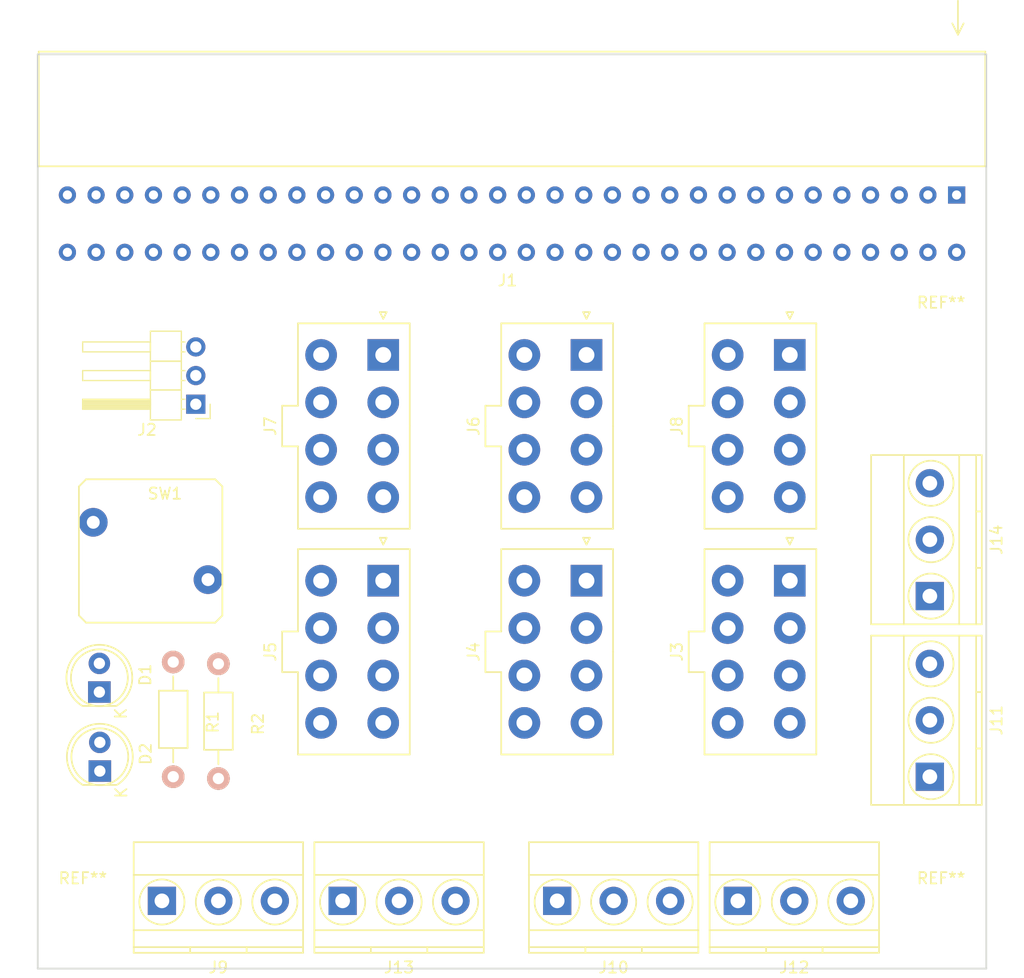
<source format=kicad_pcb>
(kicad_pcb (version 4) (host pcbnew 4.0.6)

  (general
    (links 125)
    (no_connects 125)
    (area 61.924999 69.924999 146.075001 151.075001)
    (thickness 1.6)
    (drawings 4)
    (tracks 0)
    (zones 0)
    (modules 22)
    (nets 10)
  )

  (page A4)
  (layers
    (0 F.Cu signal)
    (31 B.Cu signal)
    (32 B.Adhes user)
    (33 F.Adhes user)
    (34 B.Paste user)
    (35 F.Paste user)
    (36 B.SilkS user)
    (37 F.SilkS user)
    (38 B.Mask user)
    (39 F.Mask user)
    (40 Dwgs.User user)
    (41 Cmts.User user)
    (42 Eco1.User user)
    (43 Eco2.User user)
    (44 Edge.Cuts user)
    (45 Margin user)
    (46 B.CrtYd user)
    (47 F.CrtYd user)
    (48 B.Fab user)
    (49 F.Fab user)
  )

  (setup
    (last_trace_width 0.25)
    (trace_clearance 0.2)
    (zone_clearance 0.508)
    (zone_45_only no)
    (trace_min 0.2)
    (segment_width 0.2)
    (edge_width 0.15)
    (via_size 0.6)
    (via_drill 0.4)
    (via_min_size 0.4)
    (via_min_drill 0.3)
    (uvia_size 0.3)
    (uvia_drill 0.1)
    (uvias_allowed no)
    (uvia_min_size 0.2)
    (uvia_min_drill 0.1)
    (pcb_text_width 0.3)
    (pcb_text_size 1.5 1.5)
    (mod_edge_width 0.15)
    (mod_text_size 1 1)
    (mod_text_width 0.15)
    (pad_size 1.524 1.524)
    (pad_drill 0.762)
    (pad_to_mask_clearance 0.2)
    (aux_axis_origin 0 0)
    (visible_elements FFFFFF7F)
    (pcbplotparams
      (layerselection 0x00030_80000001)
      (usegerberextensions false)
      (excludeedgelayer true)
      (linewidth 0.100000)
      (plotframeref false)
      (viasonmask false)
      (mode 1)
      (useauxorigin false)
      (hpglpennumber 1)
      (hpglpenspeed 20)
      (hpglpendiameter 15)
      (hpglpenoverlay 2)
      (psnegative false)
      (psa4output false)
      (plotreference true)
      (plotvalue true)
      (plotinvisibletext false)
      (padsonsilk false)
      (subtractmaskfromsilk false)
      (outputformat 1)
      (mirror false)
      (drillshape 1)
      (scaleselection 1)
      (outputdirectory ""))
  )

  (net 0 "")
  (net 1 "Net-(D1-Pad1)")
  (net 2 12VSB)
  (net 3 "Net-(D2-Pad1)")
  (net 4 12V)
  (net 5 RTN)
  (net 6 GND)
  (net 7 SDA)
  (net 8 SCL)
  (net 9 PSON)

  (net_class Default "This is the default net class."
    (clearance 0.2)
    (trace_width 0.25)
    (via_dia 0.6)
    (via_drill 0.4)
    (uvia_dia 0.3)
    (uvia_drill 0.1)
    (add_net GND)
    (add_net "Net-(D1-Pad1)")
    (add_net "Net-(D2-Pad1)")
    (add_net PSON)
    (add_net SCL)
    (add_net SDA)
  )

  (net_class High_Power ""
    (clearance 0.2)
    (trace_width 2.5)
    (via_dia 0.6)
    (via_drill 0.4)
    (uvia_dia 0.3)
    (uvia_drill 0.1)
    (add_net 12V)
    (add_net RTN)
  )

  (net_class Low_Power ""
    (clearance 0.2)
    (trace_width 1)
    (via_dia 0.6)
    (via_drill 0.4)
    (uvia_dia 0.3)
    (uvia_drill 0.1)
    (add_net 12VSB)
  )

  (module Mounting_Holes:MountingHole_3mm (layer F.Cu) (tedit 56D1B4CB) (tstamp 594ADCC8)
    (at 66 147)
    (descr "Mounting Hole 3mm, no annular")
    (tags "mounting hole 3mm no annular")
    (fp_text reference REF** (at 0 -4) (layer F.SilkS)
      (effects (font (size 1 1) (thickness 0.15)))
    )
    (fp_text value MountingHole_3mm (at 0 4) (layer F.Fab)
      (effects (font (size 1 1) (thickness 0.15)))
    )
    (fp_circle (center 0 0) (end 3 0) (layer Cmts.User) (width 0.15))
    (fp_circle (center 0 0) (end 3.25 0) (layer F.CrtYd) (width 0.05))
    (pad 1 np_thru_hole circle (at 0 0) (size 3 3) (drill 3) (layers *.Cu *.Mask))
  )

  (module Mounting_Holes:MountingHole_3mm (layer F.Cu) (tedit 56D1B4CB) (tstamp 594ADC7B)
    (at 142 147)
    (descr "Mounting Hole 3mm, no annular")
    (tags "mounting hole 3mm no annular")
    (fp_text reference REF** (at 0 -4) (layer F.SilkS)
      (effects (font (size 1 1) (thickness 0.15)))
    )
    (fp_text value MountingHole_3mm (at 0 4) (layer F.Fab)
      (effects (font (size 1 1) (thickness 0.15)))
    )
    (fp_circle (center 0 0) (end 3 0) (layer Cmts.User) (width 0.15))
    (fp_circle (center 0 0) (end 3.25 0) (layer F.CrtYd) (width 0.05))
    (pad 1 np_thru_hole circle (at 0 0) (size 3 3) (drill 3) (layers *.Cu *.Mask))
  )

  (module Connectors_Molex:Molex_MiniFit-JR-5556-08A_2x04x4.20mm_Straight (layer F.Cu) (tedit 57528BFB) (tstamp 594AA919)
    (at 92.596611 96.632731 270)
    (descr "Molex Mini-Fit JR, PN:5556-08A, dual row, top entry type, through hole")
    (tags "connector molex mini-fit 5556")
    (path /59480E4B)
    (fp_text reference J7 (at 6.3 10 270) (layer F.SilkS)
      (effects (font (size 1 1) (thickness 0.15)))
    )
    (fp_text value PEG (at 6.3 -4 270) (layer F.Fab)
      (effects (font (size 1 1) (thickness 0.15)))
    )
    (fp_line (start -2.7 -2.25) (end -2.7 7.45) (layer F.Fab) (width 0.05))
    (fp_line (start -2.7 7.45) (end 15.3 7.45) (layer F.Fab) (width 0.05))
    (fp_line (start 15.3 7.45) (end 15.3 -2.25) (layer F.Fab) (width 0.05))
    (fp_line (start 15.3 -2.25) (end -2.7 -2.25) (layer F.Fab) (width 0.05))
    (fp_line (start 4.6 7.45) (end 4.6 8.85) (layer F.Fab) (width 0.05))
    (fp_line (start 4.6 8.85) (end 8 8.85) (layer F.Fab) (width 0.05))
    (fp_line (start 8 8.85) (end 8 7.45) (layer F.Fab) (width 0.05))
    (fp_line (start -1.75 -1.75) (end -1.75 1.75) (layer F.Fab) (width 0.05))
    (fp_line (start -1.75 1.75) (end 1.75 1.75) (layer F.Fab) (width 0.05))
    (fp_line (start 1.75 1.75) (end 1.75 -1.75) (layer F.Fab) (width 0.05))
    (fp_line (start 1.75 -1.75) (end -1.75 -1.75) (layer F.Fab) (width 0.05))
    (fp_line (start -1.75 7.25) (end -1.75 4.625) (layer F.Fab) (width 0.05))
    (fp_line (start -1.75 4.625) (end -0.875 3.75) (layer F.Fab) (width 0.05))
    (fp_line (start -0.875 3.75) (end 0.875 3.75) (layer F.Fab) (width 0.05))
    (fp_line (start 0.875 3.75) (end 1.75 4.625) (layer F.Fab) (width 0.05))
    (fp_line (start 1.75 4.625) (end 1.75 7.25) (layer F.Fab) (width 0.05))
    (fp_line (start 1.75 7.25) (end -1.75 7.25) (layer F.Fab) (width 0.05))
    (fp_line (start 2.45 3.75) (end 2.45 7.25) (layer F.Fab) (width 0.05))
    (fp_line (start 2.45 7.25) (end 5.95 7.25) (layer F.Fab) (width 0.05))
    (fp_line (start 5.95 7.25) (end 5.95 3.75) (layer F.Fab) (width 0.05))
    (fp_line (start 5.95 3.75) (end 2.45 3.75) (layer F.Fab) (width 0.05))
    (fp_line (start 2.45 1.75) (end 2.45 -0.875) (layer F.Fab) (width 0.05))
    (fp_line (start 2.45 -0.875) (end 3.325 -1.75) (layer F.Fab) (width 0.05))
    (fp_line (start 3.325 -1.75) (end 5.075 -1.75) (layer F.Fab) (width 0.05))
    (fp_line (start 5.075 -1.75) (end 5.95 -0.875) (layer F.Fab) (width 0.05))
    (fp_line (start 5.95 -0.875) (end 5.95 1.75) (layer F.Fab) (width 0.05))
    (fp_line (start 5.95 1.75) (end 2.45 1.75) (layer F.Fab) (width 0.05))
    (fp_line (start 6.65 3.75) (end 6.65 7.25) (layer F.Fab) (width 0.05))
    (fp_line (start 6.65 7.25) (end 10.15 7.25) (layer F.Fab) (width 0.05))
    (fp_line (start 10.15 7.25) (end 10.15 3.75) (layer F.Fab) (width 0.05))
    (fp_line (start 10.15 3.75) (end 6.65 3.75) (layer F.Fab) (width 0.05))
    (fp_line (start 6.65 1.75) (end 6.65 -0.875) (layer F.Fab) (width 0.05))
    (fp_line (start 6.65 -0.875) (end 7.525 -1.75) (layer F.Fab) (width 0.05))
    (fp_line (start 7.525 -1.75) (end 9.275 -1.75) (layer F.Fab) (width 0.05))
    (fp_line (start 9.275 -1.75) (end 10.15 -0.875) (layer F.Fab) (width 0.05))
    (fp_line (start 10.15 -0.875) (end 10.15 1.75) (layer F.Fab) (width 0.05))
    (fp_line (start 10.15 1.75) (end 6.65 1.75) (layer F.Fab) (width 0.05))
    (fp_line (start 10.85 -1.75) (end 10.85 1.75) (layer F.Fab) (width 0.05))
    (fp_line (start 10.85 1.75) (end 14.35 1.75) (layer F.Fab) (width 0.05))
    (fp_line (start 14.35 1.75) (end 14.35 -1.75) (layer F.Fab) (width 0.05))
    (fp_line (start 14.35 -1.75) (end 10.85 -1.75) (layer F.Fab) (width 0.05))
    (fp_line (start 10.85 7.25) (end 10.85 4.625) (layer F.Fab) (width 0.05))
    (fp_line (start 10.85 4.625) (end 11.725 3.75) (layer F.Fab) (width 0.05))
    (fp_line (start 11.725 3.75) (end 13.475 3.75) (layer F.Fab) (width 0.05))
    (fp_line (start 13.475 3.75) (end 14.35 4.625) (layer F.Fab) (width 0.05))
    (fp_line (start 14.35 4.625) (end 14.35 7.25) (layer F.Fab) (width 0.05))
    (fp_line (start 14.35 7.25) (end 10.85 7.25) (layer F.Fab) (width 0.05))
    (fp_line (start 6.3 -2.35) (end -2.8 -2.35) (layer F.SilkS) (width 0.15))
    (fp_line (start -2.8 -2.35) (end -2.8 7.55) (layer F.SilkS) (width 0.15))
    (fp_line (start -2.8 7.55) (end 4.5 7.55) (layer F.SilkS) (width 0.15))
    (fp_line (start 4.5 7.55) (end 4.5 8.95) (layer F.SilkS) (width 0.15))
    (fp_line (start 4.5 8.95) (end 6.3 8.95) (layer F.SilkS) (width 0.15))
    (fp_line (start 6.3 -2.35) (end 15.4 -2.35) (layer F.SilkS) (width 0.15))
    (fp_line (start 15.4 -2.35) (end 15.4 7.55) (layer F.SilkS) (width 0.15))
    (fp_line (start 15.4 7.55) (end 8.1 7.55) (layer F.SilkS) (width 0.15))
    (fp_line (start 8.1 7.55) (end 8.1 8.95) (layer F.SilkS) (width 0.15))
    (fp_line (start 8.1 8.95) (end 6.3 8.95) (layer F.SilkS) (width 0.15))
    (fp_line (start -3.2 0) (end -3.8 0.3) (layer F.SilkS) (width 0.15))
    (fp_line (start -3.8 0.3) (end -3.8 -0.3) (layer F.SilkS) (width 0.15))
    (fp_line (start -3.8 -0.3) (end -3.2 0) (layer F.SilkS) (width 0.15))
    (fp_line (start -3.15 -2.75) (end -3.15 9.3) (layer F.CrtYd) (width 0.05))
    (fp_line (start -3.15 9.3) (end 15.8 9.3) (layer F.CrtYd) (width 0.05))
    (fp_line (start 15.8 9.3) (end 15.8 -2.75) (layer F.CrtYd) (width 0.05))
    (fp_line (start 15.8 -2.75) (end -3.15 -2.75) (layer F.CrtYd) (width 0.05))
    (pad 1 thru_hole rect (at 0 0 270) (size 2.8 2.8) (drill 1.4) (layers *.Cu *.Mask)
      (net 4 12V))
    (pad 2 thru_hole circle (at 4.2 0 270) (size 2.8 2.8) (drill 1.4) (layers *.Cu *.Mask)
      (net 4 12V))
    (pad 3 thru_hole circle (at 8.4 0 270) (size 2.8 2.8) (drill 1.4) (layers *.Cu *.Mask)
      (net 4 12V))
    (pad 4 thru_hole circle (at 12.6 0 270) (size 2.8 2.8) (drill 1.4) (layers *.Cu *.Mask)
      (net 5 RTN))
    (pad 5 thru_hole circle (at 0 5.5 270) (size 2.8 2.8) (drill 1.4) (layers *.Cu *.Mask)
      (net 5 RTN))
    (pad 6 thru_hole circle (at 4.2 5.5 270) (size 2.8 2.8) (drill 1.4) (layers *.Cu *.Mask)
      (net 5 RTN))
    (pad 7 thru_hole circle (at 8.4 5.5 270) (size 2.8 2.8) (drill 1.4) (layers *.Cu *.Mask)
      (net 5 RTN))
    (pad 8 thru_hole circle (at 12.6 5.5 270) (size 2.8 2.8) (drill 1.4) (layers *.Cu *.Mask)
      (net 5 RTN))
    (model Connectors_Molex.3dshapes/Molex_MiniFit-JR-5556-08A_2x04x4.20mm_Straight.wrl
      (at (xyz 0 0 0))
      (scale (xyz 1 1 1))
      (rotate (xyz 0 0 0))
    )
  )

  (module Connectors_Molex:Molex_MiniFit-JR-5556-08A_2x04x4.20mm_Straight (layer F.Cu) (tedit 57528BFB) (tstamp 594AA90D)
    (at 110.596611 96.632731 270)
    (descr "Molex Mini-Fit JR, PN:5556-08A, dual row, top entry type, through hole")
    (tags "connector molex mini-fit 5556")
    (path /59480EDD)
    (fp_text reference J6 (at 6.3 10 270) (layer F.SilkS)
      (effects (font (size 1 1) (thickness 0.15)))
    )
    (fp_text value PEG (at 6.3 -4 270) (layer F.Fab)
      (effects (font (size 1 1) (thickness 0.15)))
    )
    (fp_line (start -2.7 -2.25) (end -2.7 7.45) (layer F.Fab) (width 0.05))
    (fp_line (start -2.7 7.45) (end 15.3 7.45) (layer F.Fab) (width 0.05))
    (fp_line (start 15.3 7.45) (end 15.3 -2.25) (layer F.Fab) (width 0.05))
    (fp_line (start 15.3 -2.25) (end -2.7 -2.25) (layer F.Fab) (width 0.05))
    (fp_line (start 4.6 7.45) (end 4.6 8.85) (layer F.Fab) (width 0.05))
    (fp_line (start 4.6 8.85) (end 8 8.85) (layer F.Fab) (width 0.05))
    (fp_line (start 8 8.85) (end 8 7.45) (layer F.Fab) (width 0.05))
    (fp_line (start -1.75 -1.75) (end -1.75 1.75) (layer F.Fab) (width 0.05))
    (fp_line (start -1.75 1.75) (end 1.75 1.75) (layer F.Fab) (width 0.05))
    (fp_line (start 1.75 1.75) (end 1.75 -1.75) (layer F.Fab) (width 0.05))
    (fp_line (start 1.75 -1.75) (end -1.75 -1.75) (layer F.Fab) (width 0.05))
    (fp_line (start -1.75 7.25) (end -1.75 4.625) (layer F.Fab) (width 0.05))
    (fp_line (start -1.75 4.625) (end -0.875 3.75) (layer F.Fab) (width 0.05))
    (fp_line (start -0.875 3.75) (end 0.875 3.75) (layer F.Fab) (width 0.05))
    (fp_line (start 0.875 3.75) (end 1.75 4.625) (layer F.Fab) (width 0.05))
    (fp_line (start 1.75 4.625) (end 1.75 7.25) (layer F.Fab) (width 0.05))
    (fp_line (start 1.75 7.25) (end -1.75 7.25) (layer F.Fab) (width 0.05))
    (fp_line (start 2.45 3.75) (end 2.45 7.25) (layer F.Fab) (width 0.05))
    (fp_line (start 2.45 7.25) (end 5.95 7.25) (layer F.Fab) (width 0.05))
    (fp_line (start 5.95 7.25) (end 5.95 3.75) (layer F.Fab) (width 0.05))
    (fp_line (start 5.95 3.75) (end 2.45 3.75) (layer F.Fab) (width 0.05))
    (fp_line (start 2.45 1.75) (end 2.45 -0.875) (layer F.Fab) (width 0.05))
    (fp_line (start 2.45 -0.875) (end 3.325 -1.75) (layer F.Fab) (width 0.05))
    (fp_line (start 3.325 -1.75) (end 5.075 -1.75) (layer F.Fab) (width 0.05))
    (fp_line (start 5.075 -1.75) (end 5.95 -0.875) (layer F.Fab) (width 0.05))
    (fp_line (start 5.95 -0.875) (end 5.95 1.75) (layer F.Fab) (width 0.05))
    (fp_line (start 5.95 1.75) (end 2.45 1.75) (layer F.Fab) (width 0.05))
    (fp_line (start 6.65 3.75) (end 6.65 7.25) (layer F.Fab) (width 0.05))
    (fp_line (start 6.65 7.25) (end 10.15 7.25) (layer F.Fab) (width 0.05))
    (fp_line (start 10.15 7.25) (end 10.15 3.75) (layer F.Fab) (width 0.05))
    (fp_line (start 10.15 3.75) (end 6.65 3.75) (layer F.Fab) (width 0.05))
    (fp_line (start 6.65 1.75) (end 6.65 -0.875) (layer F.Fab) (width 0.05))
    (fp_line (start 6.65 -0.875) (end 7.525 -1.75) (layer F.Fab) (width 0.05))
    (fp_line (start 7.525 -1.75) (end 9.275 -1.75) (layer F.Fab) (width 0.05))
    (fp_line (start 9.275 -1.75) (end 10.15 -0.875) (layer F.Fab) (width 0.05))
    (fp_line (start 10.15 -0.875) (end 10.15 1.75) (layer F.Fab) (width 0.05))
    (fp_line (start 10.15 1.75) (end 6.65 1.75) (layer F.Fab) (width 0.05))
    (fp_line (start 10.85 -1.75) (end 10.85 1.75) (layer F.Fab) (width 0.05))
    (fp_line (start 10.85 1.75) (end 14.35 1.75) (layer F.Fab) (width 0.05))
    (fp_line (start 14.35 1.75) (end 14.35 -1.75) (layer F.Fab) (width 0.05))
    (fp_line (start 14.35 -1.75) (end 10.85 -1.75) (layer F.Fab) (width 0.05))
    (fp_line (start 10.85 7.25) (end 10.85 4.625) (layer F.Fab) (width 0.05))
    (fp_line (start 10.85 4.625) (end 11.725 3.75) (layer F.Fab) (width 0.05))
    (fp_line (start 11.725 3.75) (end 13.475 3.75) (layer F.Fab) (width 0.05))
    (fp_line (start 13.475 3.75) (end 14.35 4.625) (layer F.Fab) (width 0.05))
    (fp_line (start 14.35 4.625) (end 14.35 7.25) (layer F.Fab) (width 0.05))
    (fp_line (start 14.35 7.25) (end 10.85 7.25) (layer F.Fab) (width 0.05))
    (fp_line (start 6.3 -2.35) (end -2.8 -2.35) (layer F.SilkS) (width 0.15))
    (fp_line (start -2.8 -2.35) (end -2.8 7.55) (layer F.SilkS) (width 0.15))
    (fp_line (start -2.8 7.55) (end 4.5 7.55) (layer F.SilkS) (width 0.15))
    (fp_line (start 4.5 7.55) (end 4.5 8.95) (layer F.SilkS) (width 0.15))
    (fp_line (start 4.5 8.95) (end 6.3 8.95) (layer F.SilkS) (width 0.15))
    (fp_line (start 6.3 -2.35) (end 15.4 -2.35) (layer F.SilkS) (width 0.15))
    (fp_line (start 15.4 -2.35) (end 15.4 7.55) (layer F.SilkS) (width 0.15))
    (fp_line (start 15.4 7.55) (end 8.1 7.55) (layer F.SilkS) (width 0.15))
    (fp_line (start 8.1 7.55) (end 8.1 8.95) (layer F.SilkS) (width 0.15))
    (fp_line (start 8.1 8.95) (end 6.3 8.95) (layer F.SilkS) (width 0.15))
    (fp_line (start -3.2 0) (end -3.8 0.3) (layer F.SilkS) (width 0.15))
    (fp_line (start -3.8 0.3) (end -3.8 -0.3) (layer F.SilkS) (width 0.15))
    (fp_line (start -3.8 -0.3) (end -3.2 0) (layer F.SilkS) (width 0.15))
    (fp_line (start -3.15 -2.75) (end -3.15 9.3) (layer F.CrtYd) (width 0.05))
    (fp_line (start -3.15 9.3) (end 15.8 9.3) (layer F.CrtYd) (width 0.05))
    (fp_line (start 15.8 9.3) (end 15.8 -2.75) (layer F.CrtYd) (width 0.05))
    (fp_line (start 15.8 -2.75) (end -3.15 -2.75) (layer F.CrtYd) (width 0.05))
    (pad 1 thru_hole rect (at 0 0 270) (size 2.8 2.8) (drill 1.4) (layers *.Cu *.Mask)
      (net 4 12V))
    (pad 2 thru_hole circle (at 4.2 0 270) (size 2.8 2.8) (drill 1.4) (layers *.Cu *.Mask)
      (net 4 12V))
    (pad 3 thru_hole circle (at 8.4 0 270) (size 2.8 2.8) (drill 1.4) (layers *.Cu *.Mask)
      (net 4 12V))
    (pad 4 thru_hole circle (at 12.6 0 270) (size 2.8 2.8) (drill 1.4) (layers *.Cu *.Mask)
      (net 5 RTN))
    (pad 5 thru_hole circle (at 0 5.5 270) (size 2.8 2.8) (drill 1.4) (layers *.Cu *.Mask)
      (net 5 RTN))
    (pad 6 thru_hole circle (at 4.2 5.5 270) (size 2.8 2.8) (drill 1.4) (layers *.Cu *.Mask)
      (net 5 RTN))
    (pad 7 thru_hole circle (at 8.4 5.5 270) (size 2.8 2.8) (drill 1.4) (layers *.Cu *.Mask)
      (net 5 RTN))
    (pad 8 thru_hole circle (at 12.6 5.5 270) (size 2.8 2.8) (drill 1.4) (layers *.Cu *.Mask)
      (net 5 RTN))
    (model Connectors_Molex.3dshapes/Molex_MiniFit-JR-5556-08A_2x04x4.20mm_Straight.wrl
      (at (xyz 0 0 0))
      (scale (xyz 1 1 1))
      (rotate (xyz 0 0 0))
    )
  )

  (module Connectors_Molex:Molex_MiniFit-JR-5556-08A_2x04x4.20mm_Straight (layer F.Cu) (tedit 57528BFB) (tstamp 594AA925)
    (at 128.596611 96.632731 270)
    (descr "Molex Mini-Fit JR, PN:5556-08A, dual row, top entry type, through hole")
    (tags "connector molex mini-fit 5556")
    (path /59480F29)
    (fp_text reference J8 (at 6.3 10 270) (layer F.SilkS)
      (effects (font (size 1 1) (thickness 0.15)))
    )
    (fp_text value PEG (at 6.3 -4 270) (layer F.Fab)
      (effects (font (size 1 1) (thickness 0.15)))
    )
    (fp_line (start -2.7 -2.25) (end -2.7 7.45) (layer F.Fab) (width 0.05))
    (fp_line (start -2.7 7.45) (end 15.3 7.45) (layer F.Fab) (width 0.05))
    (fp_line (start 15.3 7.45) (end 15.3 -2.25) (layer F.Fab) (width 0.05))
    (fp_line (start 15.3 -2.25) (end -2.7 -2.25) (layer F.Fab) (width 0.05))
    (fp_line (start 4.6 7.45) (end 4.6 8.85) (layer F.Fab) (width 0.05))
    (fp_line (start 4.6 8.85) (end 8 8.85) (layer F.Fab) (width 0.05))
    (fp_line (start 8 8.85) (end 8 7.45) (layer F.Fab) (width 0.05))
    (fp_line (start -1.75 -1.75) (end -1.75 1.75) (layer F.Fab) (width 0.05))
    (fp_line (start -1.75 1.75) (end 1.75 1.75) (layer F.Fab) (width 0.05))
    (fp_line (start 1.75 1.75) (end 1.75 -1.75) (layer F.Fab) (width 0.05))
    (fp_line (start 1.75 -1.75) (end -1.75 -1.75) (layer F.Fab) (width 0.05))
    (fp_line (start -1.75 7.25) (end -1.75 4.625) (layer F.Fab) (width 0.05))
    (fp_line (start -1.75 4.625) (end -0.875 3.75) (layer F.Fab) (width 0.05))
    (fp_line (start -0.875 3.75) (end 0.875 3.75) (layer F.Fab) (width 0.05))
    (fp_line (start 0.875 3.75) (end 1.75 4.625) (layer F.Fab) (width 0.05))
    (fp_line (start 1.75 4.625) (end 1.75 7.25) (layer F.Fab) (width 0.05))
    (fp_line (start 1.75 7.25) (end -1.75 7.25) (layer F.Fab) (width 0.05))
    (fp_line (start 2.45 3.75) (end 2.45 7.25) (layer F.Fab) (width 0.05))
    (fp_line (start 2.45 7.25) (end 5.95 7.25) (layer F.Fab) (width 0.05))
    (fp_line (start 5.95 7.25) (end 5.95 3.75) (layer F.Fab) (width 0.05))
    (fp_line (start 5.95 3.75) (end 2.45 3.75) (layer F.Fab) (width 0.05))
    (fp_line (start 2.45 1.75) (end 2.45 -0.875) (layer F.Fab) (width 0.05))
    (fp_line (start 2.45 -0.875) (end 3.325 -1.75) (layer F.Fab) (width 0.05))
    (fp_line (start 3.325 -1.75) (end 5.075 -1.75) (layer F.Fab) (width 0.05))
    (fp_line (start 5.075 -1.75) (end 5.95 -0.875) (layer F.Fab) (width 0.05))
    (fp_line (start 5.95 -0.875) (end 5.95 1.75) (layer F.Fab) (width 0.05))
    (fp_line (start 5.95 1.75) (end 2.45 1.75) (layer F.Fab) (width 0.05))
    (fp_line (start 6.65 3.75) (end 6.65 7.25) (layer F.Fab) (width 0.05))
    (fp_line (start 6.65 7.25) (end 10.15 7.25) (layer F.Fab) (width 0.05))
    (fp_line (start 10.15 7.25) (end 10.15 3.75) (layer F.Fab) (width 0.05))
    (fp_line (start 10.15 3.75) (end 6.65 3.75) (layer F.Fab) (width 0.05))
    (fp_line (start 6.65 1.75) (end 6.65 -0.875) (layer F.Fab) (width 0.05))
    (fp_line (start 6.65 -0.875) (end 7.525 -1.75) (layer F.Fab) (width 0.05))
    (fp_line (start 7.525 -1.75) (end 9.275 -1.75) (layer F.Fab) (width 0.05))
    (fp_line (start 9.275 -1.75) (end 10.15 -0.875) (layer F.Fab) (width 0.05))
    (fp_line (start 10.15 -0.875) (end 10.15 1.75) (layer F.Fab) (width 0.05))
    (fp_line (start 10.15 1.75) (end 6.65 1.75) (layer F.Fab) (width 0.05))
    (fp_line (start 10.85 -1.75) (end 10.85 1.75) (layer F.Fab) (width 0.05))
    (fp_line (start 10.85 1.75) (end 14.35 1.75) (layer F.Fab) (width 0.05))
    (fp_line (start 14.35 1.75) (end 14.35 -1.75) (layer F.Fab) (width 0.05))
    (fp_line (start 14.35 -1.75) (end 10.85 -1.75) (layer F.Fab) (width 0.05))
    (fp_line (start 10.85 7.25) (end 10.85 4.625) (layer F.Fab) (width 0.05))
    (fp_line (start 10.85 4.625) (end 11.725 3.75) (layer F.Fab) (width 0.05))
    (fp_line (start 11.725 3.75) (end 13.475 3.75) (layer F.Fab) (width 0.05))
    (fp_line (start 13.475 3.75) (end 14.35 4.625) (layer F.Fab) (width 0.05))
    (fp_line (start 14.35 4.625) (end 14.35 7.25) (layer F.Fab) (width 0.05))
    (fp_line (start 14.35 7.25) (end 10.85 7.25) (layer F.Fab) (width 0.05))
    (fp_line (start 6.3 -2.35) (end -2.8 -2.35) (layer F.SilkS) (width 0.15))
    (fp_line (start -2.8 -2.35) (end -2.8 7.55) (layer F.SilkS) (width 0.15))
    (fp_line (start -2.8 7.55) (end 4.5 7.55) (layer F.SilkS) (width 0.15))
    (fp_line (start 4.5 7.55) (end 4.5 8.95) (layer F.SilkS) (width 0.15))
    (fp_line (start 4.5 8.95) (end 6.3 8.95) (layer F.SilkS) (width 0.15))
    (fp_line (start 6.3 -2.35) (end 15.4 -2.35) (layer F.SilkS) (width 0.15))
    (fp_line (start 15.4 -2.35) (end 15.4 7.55) (layer F.SilkS) (width 0.15))
    (fp_line (start 15.4 7.55) (end 8.1 7.55) (layer F.SilkS) (width 0.15))
    (fp_line (start 8.1 7.55) (end 8.1 8.95) (layer F.SilkS) (width 0.15))
    (fp_line (start 8.1 8.95) (end 6.3 8.95) (layer F.SilkS) (width 0.15))
    (fp_line (start -3.2 0) (end -3.8 0.3) (layer F.SilkS) (width 0.15))
    (fp_line (start -3.8 0.3) (end -3.8 -0.3) (layer F.SilkS) (width 0.15))
    (fp_line (start -3.8 -0.3) (end -3.2 0) (layer F.SilkS) (width 0.15))
    (fp_line (start -3.15 -2.75) (end -3.15 9.3) (layer F.CrtYd) (width 0.05))
    (fp_line (start -3.15 9.3) (end 15.8 9.3) (layer F.CrtYd) (width 0.05))
    (fp_line (start 15.8 9.3) (end 15.8 -2.75) (layer F.CrtYd) (width 0.05))
    (fp_line (start 15.8 -2.75) (end -3.15 -2.75) (layer F.CrtYd) (width 0.05))
    (pad 1 thru_hole rect (at 0 0 270) (size 2.8 2.8) (drill 1.4) (layers *.Cu *.Mask)
      (net 4 12V))
    (pad 2 thru_hole circle (at 4.2 0 270) (size 2.8 2.8) (drill 1.4) (layers *.Cu *.Mask)
      (net 4 12V))
    (pad 3 thru_hole circle (at 8.4 0 270) (size 2.8 2.8) (drill 1.4) (layers *.Cu *.Mask)
      (net 4 12V))
    (pad 4 thru_hole circle (at 12.6 0 270) (size 2.8 2.8) (drill 1.4) (layers *.Cu *.Mask)
      (net 5 RTN))
    (pad 5 thru_hole circle (at 0 5.5 270) (size 2.8 2.8) (drill 1.4) (layers *.Cu *.Mask)
      (net 5 RTN))
    (pad 6 thru_hole circle (at 4.2 5.5 270) (size 2.8 2.8) (drill 1.4) (layers *.Cu *.Mask)
      (net 5 RTN))
    (pad 7 thru_hole circle (at 8.4 5.5 270) (size 2.8 2.8) (drill 1.4) (layers *.Cu *.Mask)
      (net 5 RTN))
    (pad 8 thru_hole circle (at 12.6 5.5 270) (size 2.8 2.8) (drill 1.4) (layers *.Cu *.Mask)
      (net 5 RTN))
    (model Connectors_Molex.3dshapes/Molex_MiniFit-JR-5556-08A_2x04x4.20mm_Straight.wrl
      (at (xyz 0 0 0))
      (scale (xyz 1 1 1))
      (rotate (xyz 0 0 0))
    )
  )

  (module Connectors_Molex:Molex_MiniFit-JR-5556-08A_2x04x4.20mm_Straight (layer F.Cu) (tedit 57528BFB) (tstamp 594AA901)
    (at 92.596611 116.632731 270)
    (descr "Molex Mini-Fit JR, PN:5556-08A, dual row, top entry type, through hole")
    (tags "connector molex mini-fit 5556")
    (path /59480E0B)
    (fp_text reference J5 (at 6.3 10 270) (layer F.SilkS)
      (effects (font (size 1 1) (thickness 0.15)))
    )
    (fp_text value PEG (at 6.3 -4 270) (layer F.Fab)
      (effects (font (size 1 1) (thickness 0.15)))
    )
    (fp_line (start -2.7 -2.25) (end -2.7 7.45) (layer F.Fab) (width 0.05))
    (fp_line (start -2.7 7.45) (end 15.3 7.45) (layer F.Fab) (width 0.05))
    (fp_line (start 15.3 7.45) (end 15.3 -2.25) (layer F.Fab) (width 0.05))
    (fp_line (start 15.3 -2.25) (end -2.7 -2.25) (layer F.Fab) (width 0.05))
    (fp_line (start 4.6 7.45) (end 4.6 8.85) (layer F.Fab) (width 0.05))
    (fp_line (start 4.6 8.85) (end 8 8.85) (layer F.Fab) (width 0.05))
    (fp_line (start 8 8.85) (end 8 7.45) (layer F.Fab) (width 0.05))
    (fp_line (start -1.75 -1.75) (end -1.75 1.75) (layer F.Fab) (width 0.05))
    (fp_line (start -1.75 1.75) (end 1.75 1.75) (layer F.Fab) (width 0.05))
    (fp_line (start 1.75 1.75) (end 1.75 -1.75) (layer F.Fab) (width 0.05))
    (fp_line (start 1.75 -1.75) (end -1.75 -1.75) (layer F.Fab) (width 0.05))
    (fp_line (start -1.75 7.25) (end -1.75 4.625) (layer F.Fab) (width 0.05))
    (fp_line (start -1.75 4.625) (end -0.875 3.75) (layer F.Fab) (width 0.05))
    (fp_line (start -0.875 3.75) (end 0.875 3.75) (layer F.Fab) (width 0.05))
    (fp_line (start 0.875 3.75) (end 1.75 4.625) (layer F.Fab) (width 0.05))
    (fp_line (start 1.75 4.625) (end 1.75 7.25) (layer F.Fab) (width 0.05))
    (fp_line (start 1.75 7.25) (end -1.75 7.25) (layer F.Fab) (width 0.05))
    (fp_line (start 2.45 3.75) (end 2.45 7.25) (layer F.Fab) (width 0.05))
    (fp_line (start 2.45 7.25) (end 5.95 7.25) (layer F.Fab) (width 0.05))
    (fp_line (start 5.95 7.25) (end 5.95 3.75) (layer F.Fab) (width 0.05))
    (fp_line (start 5.95 3.75) (end 2.45 3.75) (layer F.Fab) (width 0.05))
    (fp_line (start 2.45 1.75) (end 2.45 -0.875) (layer F.Fab) (width 0.05))
    (fp_line (start 2.45 -0.875) (end 3.325 -1.75) (layer F.Fab) (width 0.05))
    (fp_line (start 3.325 -1.75) (end 5.075 -1.75) (layer F.Fab) (width 0.05))
    (fp_line (start 5.075 -1.75) (end 5.95 -0.875) (layer F.Fab) (width 0.05))
    (fp_line (start 5.95 -0.875) (end 5.95 1.75) (layer F.Fab) (width 0.05))
    (fp_line (start 5.95 1.75) (end 2.45 1.75) (layer F.Fab) (width 0.05))
    (fp_line (start 6.65 3.75) (end 6.65 7.25) (layer F.Fab) (width 0.05))
    (fp_line (start 6.65 7.25) (end 10.15 7.25) (layer F.Fab) (width 0.05))
    (fp_line (start 10.15 7.25) (end 10.15 3.75) (layer F.Fab) (width 0.05))
    (fp_line (start 10.15 3.75) (end 6.65 3.75) (layer F.Fab) (width 0.05))
    (fp_line (start 6.65 1.75) (end 6.65 -0.875) (layer F.Fab) (width 0.05))
    (fp_line (start 6.65 -0.875) (end 7.525 -1.75) (layer F.Fab) (width 0.05))
    (fp_line (start 7.525 -1.75) (end 9.275 -1.75) (layer F.Fab) (width 0.05))
    (fp_line (start 9.275 -1.75) (end 10.15 -0.875) (layer F.Fab) (width 0.05))
    (fp_line (start 10.15 -0.875) (end 10.15 1.75) (layer F.Fab) (width 0.05))
    (fp_line (start 10.15 1.75) (end 6.65 1.75) (layer F.Fab) (width 0.05))
    (fp_line (start 10.85 -1.75) (end 10.85 1.75) (layer F.Fab) (width 0.05))
    (fp_line (start 10.85 1.75) (end 14.35 1.75) (layer F.Fab) (width 0.05))
    (fp_line (start 14.35 1.75) (end 14.35 -1.75) (layer F.Fab) (width 0.05))
    (fp_line (start 14.35 -1.75) (end 10.85 -1.75) (layer F.Fab) (width 0.05))
    (fp_line (start 10.85 7.25) (end 10.85 4.625) (layer F.Fab) (width 0.05))
    (fp_line (start 10.85 4.625) (end 11.725 3.75) (layer F.Fab) (width 0.05))
    (fp_line (start 11.725 3.75) (end 13.475 3.75) (layer F.Fab) (width 0.05))
    (fp_line (start 13.475 3.75) (end 14.35 4.625) (layer F.Fab) (width 0.05))
    (fp_line (start 14.35 4.625) (end 14.35 7.25) (layer F.Fab) (width 0.05))
    (fp_line (start 14.35 7.25) (end 10.85 7.25) (layer F.Fab) (width 0.05))
    (fp_line (start 6.3 -2.35) (end -2.8 -2.35) (layer F.SilkS) (width 0.15))
    (fp_line (start -2.8 -2.35) (end -2.8 7.55) (layer F.SilkS) (width 0.15))
    (fp_line (start -2.8 7.55) (end 4.5 7.55) (layer F.SilkS) (width 0.15))
    (fp_line (start 4.5 7.55) (end 4.5 8.95) (layer F.SilkS) (width 0.15))
    (fp_line (start 4.5 8.95) (end 6.3 8.95) (layer F.SilkS) (width 0.15))
    (fp_line (start 6.3 -2.35) (end 15.4 -2.35) (layer F.SilkS) (width 0.15))
    (fp_line (start 15.4 -2.35) (end 15.4 7.55) (layer F.SilkS) (width 0.15))
    (fp_line (start 15.4 7.55) (end 8.1 7.55) (layer F.SilkS) (width 0.15))
    (fp_line (start 8.1 7.55) (end 8.1 8.95) (layer F.SilkS) (width 0.15))
    (fp_line (start 8.1 8.95) (end 6.3 8.95) (layer F.SilkS) (width 0.15))
    (fp_line (start -3.2 0) (end -3.8 0.3) (layer F.SilkS) (width 0.15))
    (fp_line (start -3.8 0.3) (end -3.8 -0.3) (layer F.SilkS) (width 0.15))
    (fp_line (start -3.8 -0.3) (end -3.2 0) (layer F.SilkS) (width 0.15))
    (fp_line (start -3.15 -2.75) (end -3.15 9.3) (layer F.CrtYd) (width 0.05))
    (fp_line (start -3.15 9.3) (end 15.8 9.3) (layer F.CrtYd) (width 0.05))
    (fp_line (start 15.8 9.3) (end 15.8 -2.75) (layer F.CrtYd) (width 0.05))
    (fp_line (start 15.8 -2.75) (end -3.15 -2.75) (layer F.CrtYd) (width 0.05))
    (pad 1 thru_hole rect (at 0 0 270) (size 2.8 2.8) (drill 1.4) (layers *.Cu *.Mask)
      (net 4 12V))
    (pad 2 thru_hole circle (at 4.2 0 270) (size 2.8 2.8) (drill 1.4) (layers *.Cu *.Mask)
      (net 4 12V))
    (pad 3 thru_hole circle (at 8.4 0 270) (size 2.8 2.8) (drill 1.4) (layers *.Cu *.Mask)
      (net 4 12V))
    (pad 4 thru_hole circle (at 12.6 0 270) (size 2.8 2.8) (drill 1.4) (layers *.Cu *.Mask)
      (net 5 RTN))
    (pad 5 thru_hole circle (at 0 5.5 270) (size 2.8 2.8) (drill 1.4) (layers *.Cu *.Mask)
      (net 5 RTN))
    (pad 6 thru_hole circle (at 4.2 5.5 270) (size 2.8 2.8) (drill 1.4) (layers *.Cu *.Mask)
      (net 5 RTN))
    (pad 7 thru_hole circle (at 8.4 5.5 270) (size 2.8 2.8) (drill 1.4) (layers *.Cu *.Mask)
      (net 5 RTN))
    (pad 8 thru_hole circle (at 12.6 5.5 270) (size 2.8 2.8) (drill 1.4) (layers *.Cu *.Mask)
      (net 5 RTN))
    (model Connectors_Molex.3dshapes/Molex_MiniFit-JR-5556-08A_2x04x4.20mm_Straight.wrl
      (at (xyz 0 0 0))
      (scale (xyz 1 1 1))
      (rotate (xyz 0 0 0))
    )
  )

  (module Connectors_Molex:Molex_MiniFit-JR-5556-08A_2x04x4.20mm_Straight (layer F.Cu) (tedit 57528BFB) (tstamp 594AA8F5)
    (at 110.596611 116.632731 270)
    (descr "Molex Mini-Fit JR, PN:5556-08A, dual row, top entry type, through hole")
    (tags "connector molex mini-fit 5556")
    (path /59480E97)
    (fp_text reference J4 (at 6.3 10 270) (layer F.SilkS)
      (effects (font (size 1 1) (thickness 0.15)))
    )
    (fp_text value PEG (at 6.3 -4 270) (layer F.Fab)
      (effects (font (size 1 1) (thickness 0.15)))
    )
    (fp_line (start -2.7 -2.25) (end -2.7 7.45) (layer F.Fab) (width 0.05))
    (fp_line (start -2.7 7.45) (end 15.3 7.45) (layer F.Fab) (width 0.05))
    (fp_line (start 15.3 7.45) (end 15.3 -2.25) (layer F.Fab) (width 0.05))
    (fp_line (start 15.3 -2.25) (end -2.7 -2.25) (layer F.Fab) (width 0.05))
    (fp_line (start 4.6 7.45) (end 4.6 8.85) (layer F.Fab) (width 0.05))
    (fp_line (start 4.6 8.85) (end 8 8.85) (layer F.Fab) (width 0.05))
    (fp_line (start 8 8.85) (end 8 7.45) (layer F.Fab) (width 0.05))
    (fp_line (start -1.75 -1.75) (end -1.75 1.75) (layer F.Fab) (width 0.05))
    (fp_line (start -1.75 1.75) (end 1.75 1.75) (layer F.Fab) (width 0.05))
    (fp_line (start 1.75 1.75) (end 1.75 -1.75) (layer F.Fab) (width 0.05))
    (fp_line (start 1.75 -1.75) (end -1.75 -1.75) (layer F.Fab) (width 0.05))
    (fp_line (start -1.75 7.25) (end -1.75 4.625) (layer F.Fab) (width 0.05))
    (fp_line (start -1.75 4.625) (end -0.875 3.75) (layer F.Fab) (width 0.05))
    (fp_line (start -0.875 3.75) (end 0.875 3.75) (layer F.Fab) (width 0.05))
    (fp_line (start 0.875 3.75) (end 1.75 4.625) (layer F.Fab) (width 0.05))
    (fp_line (start 1.75 4.625) (end 1.75 7.25) (layer F.Fab) (width 0.05))
    (fp_line (start 1.75 7.25) (end -1.75 7.25) (layer F.Fab) (width 0.05))
    (fp_line (start 2.45 3.75) (end 2.45 7.25) (layer F.Fab) (width 0.05))
    (fp_line (start 2.45 7.25) (end 5.95 7.25) (layer F.Fab) (width 0.05))
    (fp_line (start 5.95 7.25) (end 5.95 3.75) (layer F.Fab) (width 0.05))
    (fp_line (start 5.95 3.75) (end 2.45 3.75) (layer F.Fab) (width 0.05))
    (fp_line (start 2.45 1.75) (end 2.45 -0.875) (layer F.Fab) (width 0.05))
    (fp_line (start 2.45 -0.875) (end 3.325 -1.75) (layer F.Fab) (width 0.05))
    (fp_line (start 3.325 -1.75) (end 5.075 -1.75) (layer F.Fab) (width 0.05))
    (fp_line (start 5.075 -1.75) (end 5.95 -0.875) (layer F.Fab) (width 0.05))
    (fp_line (start 5.95 -0.875) (end 5.95 1.75) (layer F.Fab) (width 0.05))
    (fp_line (start 5.95 1.75) (end 2.45 1.75) (layer F.Fab) (width 0.05))
    (fp_line (start 6.65 3.75) (end 6.65 7.25) (layer F.Fab) (width 0.05))
    (fp_line (start 6.65 7.25) (end 10.15 7.25) (layer F.Fab) (width 0.05))
    (fp_line (start 10.15 7.25) (end 10.15 3.75) (layer F.Fab) (width 0.05))
    (fp_line (start 10.15 3.75) (end 6.65 3.75) (layer F.Fab) (width 0.05))
    (fp_line (start 6.65 1.75) (end 6.65 -0.875) (layer F.Fab) (width 0.05))
    (fp_line (start 6.65 -0.875) (end 7.525 -1.75) (layer F.Fab) (width 0.05))
    (fp_line (start 7.525 -1.75) (end 9.275 -1.75) (layer F.Fab) (width 0.05))
    (fp_line (start 9.275 -1.75) (end 10.15 -0.875) (layer F.Fab) (width 0.05))
    (fp_line (start 10.15 -0.875) (end 10.15 1.75) (layer F.Fab) (width 0.05))
    (fp_line (start 10.15 1.75) (end 6.65 1.75) (layer F.Fab) (width 0.05))
    (fp_line (start 10.85 -1.75) (end 10.85 1.75) (layer F.Fab) (width 0.05))
    (fp_line (start 10.85 1.75) (end 14.35 1.75) (layer F.Fab) (width 0.05))
    (fp_line (start 14.35 1.75) (end 14.35 -1.75) (layer F.Fab) (width 0.05))
    (fp_line (start 14.35 -1.75) (end 10.85 -1.75) (layer F.Fab) (width 0.05))
    (fp_line (start 10.85 7.25) (end 10.85 4.625) (layer F.Fab) (width 0.05))
    (fp_line (start 10.85 4.625) (end 11.725 3.75) (layer F.Fab) (width 0.05))
    (fp_line (start 11.725 3.75) (end 13.475 3.75) (layer F.Fab) (width 0.05))
    (fp_line (start 13.475 3.75) (end 14.35 4.625) (layer F.Fab) (width 0.05))
    (fp_line (start 14.35 4.625) (end 14.35 7.25) (layer F.Fab) (width 0.05))
    (fp_line (start 14.35 7.25) (end 10.85 7.25) (layer F.Fab) (width 0.05))
    (fp_line (start 6.3 -2.35) (end -2.8 -2.35) (layer F.SilkS) (width 0.15))
    (fp_line (start -2.8 -2.35) (end -2.8 7.55) (layer F.SilkS) (width 0.15))
    (fp_line (start -2.8 7.55) (end 4.5 7.55) (layer F.SilkS) (width 0.15))
    (fp_line (start 4.5 7.55) (end 4.5 8.95) (layer F.SilkS) (width 0.15))
    (fp_line (start 4.5 8.95) (end 6.3 8.95) (layer F.SilkS) (width 0.15))
    (fp_line (start 6.3 -2.35) (end 15.4 -2.35) (layer F.SilkS) (width 0.15))
    (fp_line (start 15.4 -2.35) (end 15.4 7.55) (layer F.SilkS) (width 0.15))
    (fp_line (start 15.4 7.55) (end 8.1 7.55) (layer F.SilkS) (width 0.15))
    (fp_line (start 8.1 7.55) (end 8.1 8.95) (layer F.SilkS) (width 0.15))
    (fp_line (start 8.1 8.95) (end 6.3 8.95) (layer F.SilkS) (width 0.15))
    (fp_line (start -3.2 0) (end -3.8 0.3) (layer F.SilkS) (width 0.15))
    (fp_line (start -3.8 0.3) (end -3.8 -0.3) (layer F.SilkS) (width 0.15))
    (fp_line (start -3.8 -0.3) (end -3.2 0) (layer F.SilkS) (width 0.15))
    (fp_line (start -3.15 -2.75) (end -3.15 9.3) (layer F.CrtYd) (width 0.05))
    (fp_line (start -3.15 9.3) (end 15.8 9.3) (layer F.CrtYd) (width 0.05))
    (fp_line (start 15.8 9.3) (end 15.8 -2.75) (layer F.CrtYd) (width 0.05))
    (fp_line (start 15.8 -2.75) (end -3.15 -2.75) (layer F.CrtYd) (width 0.05))
    (pad 1 thru_hole rect (at 0 0 270) (size 2.8 2.8) (drill 1.4) (layers *.Cu *.Mask)
      (net 4 12V))
    (pad 2 thru_hole circle (at 4.2 0 270) (size 2.8 2.8) (drill 1.4) (layers *.Cu *.Mask)
      (net 4 12V))
    (pad 3 thru_hole circle (at 8.4 0 270) (size 2.8 2.8) (drill 1.4) (layers *.Cu *.Mask)
      (net 4 12V))
    (pad 4 thru_hole circle (at 12.6 0 270) (size 2.8 2.8) (drill 1.4) (layers *.Cu *.Mask)
      (net 5 RTN))
    (pad 5 thru_hole circle (at 0 5.5 270) (size 2.8 2.8) (drill 1.4) (layers *.Cu *.Mask)
      (net 5 RTN))
    (pad 6 thru_hole circle (at 4.2 5.5 270) (size 2.8 2.8) (drill 1.4) (layers *.Cu *.Mask)
      (net 5 RTN))
    (pad 7 thru_hole circle (at 8.4 5.5 270) (size 2.8 2.8) (drill 1.4) (layers *.Cu *.Mask)
      (net 5 RTN))
    (pad 8 thru_hole circle (at 12.6 5.5 270) (size 2.8 2.8) (drill 1.4) (layers *.Cu *.Mask)
      (net 5 RTN))
    (model Connectors_Molex.3dshapes/Molex_MiniFit-JR-5556-08A_2x04x4.20mm_Straight.wrl
      (at (xyz 0 0 0))
      (scale (xyz 1 1 1))
      (rotate (xyz 0 0 0))
    )
  )

  (module Connectors_Molex:Molex_MiniFit-JR-5556-08A_2x04x4.20mm_Straight (layer F.Cu) (tedit 57528BFB) (tstamp 594AA8E9)
    (at 128.596611 116.632731 270)
    (descr "Molex Mini-Fit JR, PN:5556-08A, dual row, top entry type, through hole")
    (tags "connector molex mini-fit 5556")
    (path /59480DAA)
    (fp_text reference J3 (at 6.3 10 270) (layer F.SilkS)
      (effects (font (size 1 1) (thickness 0.15)))
    )
    (fp_text value PEG (at 6.3 -4 270) (layer F.Fab)
      (effects (font (size 1 1) (thickness 0.15)))
    )
    (fp_line (start -2.7 -2.25) (end -2.7 7.45) (layer F.Fab) (width 0.05))
    (fp_line (start -2.7 7.45) (end 15.3 7.45) (layer F.Fab) (width 0.05))
    (fp_line (start 15.3 7.45) (end 15.3 -2.25) (layer F.Fab) (width 0.05))
    (fp_line (start 15.3 -2.25) (end -2.7 -2.25) (layer F.Fab) (width 0.05))
    (fp_line (start 4.6 7.45) (end 4.6 8.85) (layer F.Fab) (width 0.05))
    (fp_line (start 4.6 8.85) (end 8 8.85) (layer F.Fab) (width 0.05))
    (fp_line (start 8 8.85) (end 8 7.45) (layer F.Fab) (width 0.05))
    (fp_line (start -1.75 -1.75) (end -1.75 1.75) (layer F.Fab) (width 0.05))
    (fp_line (start -1.75 1.75) (end 1.75 1.75) (layer F.Fab) (width 0.05))
    (fp_line (start 1.75 1.75) (end 1.75 -1.75) (layer F.Fab) (width 0.05))
    (fp_line (start 1.75 -1.75) (end -1.75 -1.75) (layer F.Fab) (width 0.05))
    (fp_line (start -1.75 7.25) (end -1.75 4.625) (layer F.Fab) (width 0.05))
    (fp_line (start -1.75 4.625) (end -0.875 3.75) (layer F.Fab) (width 0.05))
    (fp_line (start -0.875 3.75) (end 0.875 3.75) (layer F.Fab) (width 0.05))
    (fp_line (start 0.875 3.75) (end 1.75 4.625) (layer F.Fab) (width 0.05))
    (fp_line (start 1.75 4.625) (end 1.75 7.25) (layer F.Fab) (width 0.05))
    (fp_line (start 1.75 7.25) (end -1.75 7.25) (layer F.Fab) (width 0.05))
    (fp_line (start 2.45 3.75) (end 2.45 7.25) (layer F.Fab) (width 0.05))
    (fp_line (start 2.45 7.25) (end 5.95 7.25) (layer F.Fab) (width 0.05))
    (fp_line (start 5.95 7.25) (end 5.95 3.75) (layer F.Fab) (width 0.05))
    (fp_line (start 5.95 3.75) (end 2.45 3.75) (layer F.Fab) (width 0.05))
    (fp_line (start 2.45 1.75) (end 2.45 -0.875) (layer F.Fab) (width 0.05))
    (fp_line (start 2.45 -0.875) (end 3.325 -1.75) (layer F.Fab) (width 0.05))
    (fp_line (start 3.325 -1.75) (end 5.075 -1.75) (layer F.Fab) (width 0.05))
    (fp_line (start 5.075 -1.75) (end 5.95 -0.875) (layer F.Fab) (width 0.05))
    (fp_line (start 5.95 -0.875) (end 5.95 1.75) (layer F.Fab) (width 0.05))
    (fp_line (start 5.95 1.75) (end 2.45 1.75) (layer F.Fab) (width 0.05))
    (fp_line (start 6.65 3.75) (end 6.65 7.25) (layer F.Fab) (width 0.05))
    (fp_line (start 6.65 7.25) (end 10.15 7.25) (layer F.Fab) (width 0.05))
    (fp_line (start 10.15 7.25) (end 10.15 3.75) (layer F.Fab) (width 0.05))
    (fp_line (start 10.15 3.75) (end 6.65 3.75) (layer F.Fab) (width 0.05))
    (fp_line (start 6.65 1.75) (end 6.65 -0.875) (layer F.Fab) (width 0.05))
    (fp_line (start 6.65 -0.875) (end 7.525 -1.75) (layer F.Fab) (width 0.05))
    (fp_line (start 7.525 -1.75) (end 9.275 -1.75) (layer F.Fab) (width 0.05))
    (fp_line (start 9.275 -1.75) (end 10.15 -0.875) (layer F.Fab) (width 0.05))
    (fp_line (start 10.15 -0.875) (end 10.15 1.75) (layer F.Fab) (width 0.05))
    (fp_line (start 10.15 1.75) (end 6.65 1.75) (layer F.Fab) (width 0.05))
    (fp_line (start 10.85 -1.75) (end 10.85 1.75) (layer F.Fab) (width 0.05))
    (fp_line (start 10.85 1.75) (end 14.35 1.75) (layer F.Fab) (width 0.05))
    (fp_line (start 14.35 1.75) (end 14.35 -1.75) (layer F.Fab) (width 0.05))
    (fp_line (start 14.35 -1.75) (end 10.85 -1.75) (layer F.Fab) (width 0.05))
    (fp_line (start 10.85 7.25) (end 10.85 4.625) (layer F.Fab) (width 0.05))
    (fp_line (start 10.85 4.625) (end 11.725 3.75) (layer F.Fab) (width 0.05))
    (fp_line (start 11.725 3.75) (end 13.475 3.75) (layer F.Fab) (width 0.05))
    (fp_line (start 13.475 3.75) (end 14.35 4.625) (layer F.Fab) (width 0.05))
    (fp_line (start 14.35 4.625) (end 14.35 7.25) (layer F.Fab) (width 0.05))
    (fp_line (start 14.35 7.25) (end 10.85 7.25) (layer F.Fab) (width 0.05))
    (fp_line (start 6.3 -2.35) (end -2.8 -2.35) (layer F.SilkS) (width 0.15))
    (fp_line (start -2.8 -2.35) (end -2.8 7.55) (layer F.SilkS) (width 0.15))
    (fp_line (start -2.8 7.55) (end 4.5 7.55) (layer F.SilkS) (width 0.15))
    (fp_line (start 4.5 7.55) (end 4.5 8.95) (layer F.SilkS) (width 0.15))
    (fp_line (start 4.5 8.95) (end 6.3 8.95) (layer F.SilkS) (width 0.15))
    (fp_line (start 6.3 -2.35) (end 15.4 -2.35) (layer F.SilkS) (width 0.15))
    (fp_line (start 15.4 -2.35) (end 15.4 7.55) (layer F.SilkS) (width 0.15))
    (fp_line (start 15.4 7.55) (end 8.1 7.55) (layer F.SilkS) (width 0.15))
    (fp_line (start 8.1 7.55) (end 8.1 8.95) (layer F.SilkS) (width 0.15))
    (fp_line (start 8.1 8.95) (end 6.3 8.95) (layer F.SilkS) (width 0.15))
    (fp_line (start -3.2 0) (end -3.8 0.3) (layer F.SilkS) (width 0.15))
    (fp_line (start -3.8 0.3) (end -3.8 -0.3) (layer F.SilkS) (width 0.15))
    (fp_line (start -3.8 -0.3) (end -3.2 0) (layer F.SilkS) (width 0.15))
    (fp_line (start -3.15 -2.75) (end -3.15 9.3) (layer F.CrtYd) (width 0.05))
    (fp_line (start -3.15 9.3) (end 15.8 9.3) (layer F.CrtYd) (width 0.05))
    (fp_line (start 15.8 9.3) (end 15.8 -2.75) (layer F.CrtYd) (width 0.05))
    (fp_line (start 15.8 -2.75) (end -3.15 -2.75) (layer F.CrtYd) (width 0.05))
    (pad 1 thru_hole rect (at 0 0 270) (size 2.8 2.8) (drill 1.4) (layers *.Cu *.Mask)
      (net 4 12V))
    (pad 2 thru_hole circle (at 4.2 0 270) (size 2.8 2.8) (drill 1.4) (layers *.Cu *.Mask)
      (net 4 12V))
    (pad 3 thru_hole circle (at 8.4 0 270) (size 2.8 2.8) (drill 1.4) (layers *.Cu *.Mask)
      (net 4 12V))
    (pad 4 thru_hole circle (at 12.6 0 270) (size 2.8 2.8) (drill 1.4) (layers *.Cu *.Mask)
      (net 5 RTN))
    (pad 5 thru_hole circle (at 0 5.5 270) (size 2.8 2.8) (drill 1.4) (layers *.Cu *.Mask)
      (net 5 RTN))
    (pad 6 thru_hole circle (at 4.2 5.5 270) (size 2.8 2.8) (drill 1.4) (layers *.Cu *.Mask)
      (net 5 RTN))
    (pad 7 thru_hole circle (at 8.4 5.5 270) (size 2.8 2.8) (drill 1.4) (layers *.Cu *.Mask)
      (net 5 RTN))
    (pad 8 thru_hole circle (at 12.6 5.5 270) (size 2.8 2.8) (drill 1.4) (layers *.Cu *.Mask)
      (net 5 RTN))
    (model Connectors_Molex.3dshapes/Molex_MiniFit-JR-5556-08A_2x04x4.20mm_Straight.wrl
      (at (xyz 0 0 0))
      (scale (xyz 1 1 1))
      (rotate (xyz 0 0 0))
    )
  )

  (module LEDs:LED-5MM (layer F.Cu) (tedit 5570F7EA) (tstamp 594AA88C)
    (at 67.46 126.5 90)
    (descr "LED 5mm round vertical")
    (tags "LED 5mm round vertical")
    (path /59450B49)
    (fp_text reference D1 (at 1.524 4.064 90) (layer F.SilkS)
      (effects (font (size 1 1) (thickness 0.15)))
    )
    (fp_text value LED_AMBER (at 1.524 -3.937 90) (layer F.Fab)
      (effects (font (size 1 1) (thickness 0.15)))
    )
    (fp_line (start -1.5 -1.55) (end -1.5 1.55) (layer F.CrtYd) (width 0.05))
    (fp_arc (start 1.3 0) (end -1.5 1.55) (angle -302) (layer F.CrtYd) (width 0.05))
    (fp_arc (start 1.27 0) (end -1.23 -1.5) (angle 297.5) (layer F.SilkS) (width 0.15))
    (fp_line (start -1.23 1.5) (end -1.23 -1.5) (layer F.SilkS) (width 0.15))
    (fp_circle (center 1.27 0) (end 0.97 -2.5) (layer F.SilkS) (width 0.15))
    (fp_text user K (at -1.905 1.905 90) (layer F.SilkS)
      (effects (font (size 1 1) (thickness 0.15)))
    )
    (pad 1 thru_hole rect (at 0 0 180) (size 2 1.9) (drill 1.00076) (layers *.Cu *.Mask)
      (net 1 "Net-(D1-Pad1)"))
    (pad 2 thru_hole circle (at 2.54 0 90) (size 1.9 1.9) (drill 1.00076) (layers *.Cu *.Mask)
      (net 2 12VSB))
    (model LEDs.3dshapes/LED-5MM.wrl
      (at (xyz 0.05 0 0))
      (scale (xyz 1 1 1))
      (rotate (xyz 0 0 90))
    )
  )

  (module LEDs:LED-5MM (layer F.Cu) (tedit 5570F7EA) (tstamp 594AA892)
    (at 67.5 133.5 90)
    (descr "LED 5mm round vertical")
    (tags "LED 5mm round vertical")
    (path /59450BCF)
    (fp_text reference D2 (at 1.524 4.064 90) (layer F.SilkS)
      (effects (font (size 1 1) (thickness 0.15)))
    )
    (fp_text value LED_GREEN (at 1.524 -3.937 90) (layer F.Fab)
      (effects (font (size 1 1) (thickness 0.15)))
    )
    (fp_line (start -1.5 -1.55) (end -1.5 1.55) (layer F.CrtYd) (width 0.05))
    (fp_arc (start 1.3 0) (end -1.5 1.55) (angle -302) (layer F.CrtYd) (width 0.05))
    (fp_arc (start 1.27 0) (end -1.23 -1.5) (angle 297.5) (layer F.SilkS) (width 0.15))
    (fp_line (start -1.23 1.5) (end -1.23 -1.5) (layer F.SilkS) (width 0.15))
    (fp_circle (center 1.27 0) (end 0.97 -2.5) (layer F.SilkS) (width 0.15))
    (fp_text user K (at -1.905 1.905 90) (layer F.SilkS)
      (effects (font (size 1 1) (thickness 0.15)))
    )
    (pad 1 thru_hole rect (at 0 0 180) (size 2 1.9) (drill 1.00076) (layers *.Cu *.Mask)
      (net 3 "Net-(D2-Pad1)"))
    (pad 2 thru_hole circle (at 2.54 0 90) (size 1.9 1.9) (drill 1.00076) (layers *.Cu *.Mask)
      (net 4 12V))
    (model LEDs.3dshapes/LED-5MM.wrl
      (at (xyz 0.05 0 0))
      (scale (xyz 1 1 1))
      (rotate (xyz 0 0 90))
    )
  )

  (module psu_connector:COMMON_SLOT_PSU locked (layer F.Cu) (tedit 594AA5C4) (tstamp 594AA8D6)
    (at 104 85 180)
    (descr "DPS-1200FB Common Slot Connector")
    (tags "CONN DIN")
    (path /5949B0F8)
    (fp_text reference J1 (at 0.4 -5.03 180) (layer F.SilkS)
      (effects (font (size 1 1) (thickness 0.15)))
    )
    (fp_text value PSU_CONNECTOR (at 0 10.04 180) (layer F.Fab)
      (effects (font (size 1 1) (thickness 0.15)))
    )
    (fp_line (start 41.91 5.08) (end 41.91 15.24) (layer F.SilkS) (width 0.15))
    (fp_line (start 41.91 15.24) (end -41.91 15.24) (layer F.SilkS) (width 0.15))
    (fp_line (start -39.49 16.74) (end -38.99 17.74) (layer F.SilkS) (width 0.15))
    (fp_line (start -39.49 16.74) (end -39.99 17.74) (layer F.SilkS) (width 0.15))
    (fp_line (start -39.49 19.74) (end -39.49 16.74) (layer F.SilkS) (width 0.15))
    (fp_line (start -41.91 5.08) (end -41.91 15.24) (layer F.SilkS) (width 0.15))
    (fp_line (start 41.91 5.08) (end -41.91 5.08) (layer F.SilkS) (width 0.15))
    (pad 1 thru_hole rect (at -39.37 2.54 180) (size 1.524 1.524) (drill 0.8128) (layers *.Cu *.Mask)
      (net 4 12V))
    (pad 2 thru_hole circle (at -36.83 2.54 180) (size 1.524 1.524) (drill 0.8128) (layers *.Cu *.Mask)
      (net 4 12V))
    (pad 3 thru_hole circle (at -34.29 2.54 180) (size 1.524 1.524) (drill 0.8128) (layers *.Cu *.Mask)
      (net 4 12V))
    (pad 4 thru_hole circle (at -31.75 2.54 180) (size 1.524 1.524) (drill 0.8128) (layers *.Cu *.Mask)
      (net 4 12V))
    (pad 5 thru_hole circle (at -29.21 2.54 180) (size 1.524 1.524) (drill 0.8128) (layers *.Cu *.Mask)
      (net 4 12V))
    (pad 6 thru_hole circle (at -26.67 2.54 180) (size 1.524 1.524) (drill 0.8128) (layers *.Cu *.Mask)
      (net 4 12V))
    (pad 7 thru_hole circle (at -24.13 2.54 180) (size 1.524 1.524) (drill 0.8128) (layers *.Cu *.Mask)
      (net 4 12V))
    (pad 8 thru_hole circle (at -21.59 2.54 180) (size 1.524 1.524) (drill 0.8128) (layers *.Cu *.Mask)
      (net 4 12V))
    (pad 9 thru_hole circle (at -19.05 2.54 180) (size 1.524 1.524) (drill 0.8128) (layers *.Cu *.Mask)
      (net 4 12V))
    (pad 10 thru_hole circle (at -16.51 2.54 180) (size 1.524 1.524) (drill 0.8128) (layers *.Cu *.Mask)
      (net 4 12V))
    (pad 11 thru_hole circle (at -13.97 2.54 180) (size 1.524 1.524) (drill 0.8128) (layers *.Cu *.Mask)
      (net 4 12V))
    (pad 12 thru_hole circle (at -11.43 2.54 180) (size 1.524 1.524) (drill 0.8128) (layers *.Cu *.Mask)
      (net 4 12V))
    (pad 13 thru_hole circle (at -8.89 2.54 180) (size 1.524 1.524) (drill 0.8128) (layers *.Cu *.Mask)
      (net 4 12V))
    (pad 14 thru_hole circle (at -6.35 2.54 180) (size 1.524 1.524) (drill 0.8128) (layers *.Cu *.Mask)
      (net 5 RTN))
    (pad 15 thru_hole circle (at -3.81 2.54 180) (size 1.524 1.524) (drill 0.8128) (layers *.Cu *.Mask)
      (net 5 RTN))
    (pad 16 thru_hole circle (at -1.27 2.54 180) (size 1.524 1.524) (drill 0.8128) (layers *.Cu *.Mask)
      (net 5 RTN))
    (pad 17 thru_hole circle (at 1.27 2.54 180) (size 1.524 1.524) (drill 0.8128) (layers *.Cu *.Mask)
      (net 5 RTN))
    (pad 18 thru_hole circle (at 3.81 2.54 180) (size 1.524 1.524) (drill 0.8128) (layers *.Cu *.Mask)
      (net 5 RTN))
    (pad 19 thru_hole circle (at 6.35 2.54 180) (size 1.524 1.524) (drill 0.8128) (layers *.Cu *.Mask)
      (net 5 RTN))
    (pad 20 thru_hole circle (at 8.89 2.54 180) (size 1.524 1.524) (drill 0.8128) (layers *.Cu *.Mask)
      (net 5 RTN))
    (pad 21 thru_hole circle (at 11.43 2.54 180) (size 1.524 1.524) (drill 0.8128) (layers *.Cu *.Mask)
      (net 5 RTN))
    (pad 22 thru_hole circle (at 13.97 2.54 180) (size 1.524 1.524) (drill 0.8128) (layers *.Cu *.Mask)
      (net 5 RTN))
    (pad 23 thru_hole circle (at 16.51 2.54 180) (size 1.524 1.524) (drill 0.8128) (layers *.Cu *.Mask)
      (net 5 RTN))
    (pad 24 thru_hole circle (at 19.05 2.54 180) (size 1.524 1.524) (drill 0.8128) (layers *.Cu *.Mask)
      (net 5 RTN))
    (pad 25 thru_hole circle (at 21.59 2.54 180) (size 1.524 1.524) (drill 0.8128) (layers *.Cu *.Mask)
      (net 5 RTN))
    (pad 26 thru_hole circle (at 24.13 2.54 180) (size 1.524 1.524) (drill 0.8128) (layers *.Cu *.Mask)
      (net 5 RTN))
    (pad 27 thru_hole circle (at 26.67 2.54 180) (size 1.524 1.524) (drill 0.8128) (layers *.Cu *.Mask))
    (pad 28 thru_hole circle (at 29.21 2.54 180) (size 1.524 1.524) (drill 0.8128) (layers *.Cu *.Mask))
    (pad 29 thru_hole circle (at 31.75 2.54 180) (size 1.524 1.524) (drill 0.8128) (layers *.Cu *.Mask))
    (pad 30 thru_hole circle (at 34.29 2.54 180) (size 1.524 1.524) (drill 0.8128) (layers *.Cu *.Mask)
      (net 6 GND))
    (pad 31 thru_hole circle (at 36.83 2.54 180) (size 1.524 1.524) (drill 0.8128) (layers *.Cu *.Mask)
      (net 7 SDA))
    (pad 32 thru_hole circle (at 39.37 2.54 180) (size 1.524 1.524) (drill 0.8128) (layers *.Cu *.Mask)
      (net 8 SCL))
    (pad 64 thru_hole circle (at -39.37 -2.54 180) (size 1.524 1.524) (drill 0.8128) (layers *.Cu *.Mask))
    (pad 63 thru_hole circle (at -36.83 -2.54 180) (size 1.524 1.524) (drill 0.8128) (layers *.Cu *.Mask))
    (pad 62 thru_hole circle (at -34.29 -2.54 180) (size 1.524 1.524) (drill 0.8128) (layers *.Cu *.Mask)
      (net 4 12V))
    (pad 61 thru_hole circle (at -31.75 -2.54 180) (size 1.524 1.524) (drill 0.8128) (layers *.Cu *.Mask)
      (net 4 12V))
    (pad 60 thru_hole circle (at -29.21 -2.54 180) (size 1.524 1.524) (drill 0.8128) (layers *.Cu *.Mask)
      (net 4 12V))
    (pad 59 thru_hole circle (at -26.67 -2.54 180) (size 1.524 1.524) (drill 0.8128) (layers *.Cu *.Mask)
      (net 4 12V))
    (pad 58 thru_hole circle (at -24.13 -2.54 180) (size 1.524 1.524) (drill 0.8128) (layers *.Cu *.Mask)
      (net 4 12V))
    (pad 57 thru_hole circle (at -21.59 -2.54 180) (size 1.524 1.524) (drill 0.8128) (layers *.Cu *.Mask)
      (net 4 12V))
    (pad 56 thru_hole circle (at -19.05 -2.54 180) (size 1.524 1.524) (drill 0.8128) (layers *.Cu *.Mask)
      (net 4 12V))
    (pad 55 thru_hole circle (at -16.51 -2.54 180) (size 1.524 1.524) (drill 0.8128) (layers *.Cu *.Mask)
      (net 4 12V))
    (pad 54 thru_hole circle (at -13.97 -2.54 180) (size 1.524 1.524) (drill 0.8128) (layers *.Cu *.Mask)
      (net 4 12V))
    (pad 53 thru_hole circle (at -11.43 -2.54 180) (size 1.524 1.524) (drill 0.8128) (layers *.Cu *.Mask)
      (net 4 12V))
    (pad 52 thru_hole circle (at -8.89 -2.54 180) (size 1.524 1.524) (drill 0.8128) (layers *.Cu *.Mask)
      (net 4 12V))
    (pad 51 thru_hole circle (at -6.35 -2.54 180) (size 1.524 1.524) (drill 0.8128) (layers *.Cu *.Mask)
      (net 5 RTN))
    (pad 50 thru_hole circle (at -3.81 -2.54 180) (size 1.524 1.524) (drill 0.8128) (layers *.Cu *.Mask)
      (net 5 RTN))
    (pad 49 thru_hole circle (at -1.27 -2.54 180) (size 1.524 1.524) (drill 0.8128) (layers *.Cu *.Mask)
      (net 5 RTN))
    (pad 48 thru_hole circle (at 1.27 -2.54 180) (size 1.524 1.524) (drill 0.8128) (layers *.Cu *.Mask)
      (net 5 RTN))
    (pad 47 thru_hole circle (at 3.81 -2.54 180) (size 1.524 1.524) (drill 0.8128) (layers *.Cu *.Mask)
      (net 5 RTN))
    (pad 46 thru_hole circle (at 6.35 -2.54 180) (size 1.524 1.524) (drill 0.8128) (layers *.Cu *.Mask)
      (net 5 RTN))
    (pad 45 thru_hole circle (at 8.89 -2.54 180) (size 1.524 1.524) (drill 0.8128) (layers *.Cu *.Mask)
      (net 5 RTN))
    (pad 44 thru_hole circle (at 11.43 -2.54 180) (size 1.524 1.524) (drill 0.8128) (layers *.Cu *.Mask)
      (net 5 RTN))
    (pad 43 thru_hole circle (at 13.97 -2.54 180) (size 1.524 1.524) (drill 0.8128) (layers *.Cu *.Mask)
      (net 5 RTN))
    (pad 42 thru_hole circle (at 16.51 -2.54 180) (size 1.524 1.524) (drill 0.8128) (layers *.Cu *.Mask)
      (net 5 RTN))
    (pad 41 thru_hole circle (at 19.05 -2.54 180) (size 1.524 1.524) (drill 0.8128) (layers *.Cu *.Mask)
      (net 5 RTN))
    (pad 40 thru_hole circle (at 21.59 -2.54 180) (size 1.524 1.524) (drill 0.8128) (layers *.Cu *.Mask)
      (net 5 RTN))
    (pad 39 thru_hole circle (at 24.13 -2.54 180) (size 1.524 1.524) (drill 0.8128) (layers *.Cu *.Mask)
      (net 5 RTN))
    (pad 38 thru_hole circle (at 26.67 -2.54 180) (size 1.524 1.524) (drill 0.8128) (layers *.Cu *.Mask))
    (pad 37 thru_hole circle (at 29.21 -2.54 180) (size 1.524 1.524) (drill 0.8128) (layers *.Cu *.Mask)
      (net 2 12VSB))
    (pad 36 thru_hole circle (at 31.75 -2.54 180) (size 1.524 1.524) (drill 0.8128) (layers *.Cu *.Mask))
    (pad 35 thru_hole circle (at 34.29 -2.54 180) (size 1.524 1.524) (drill 0.8128) (layers *.Cu *.Mask))
    (pad 34 thru_hole circle (at 36.83 -2.54 180) (size 1.524 1.524) (drill 0.8128) (layers *.Cu *.Mask))
    (pad 33 thru_hole circle (at 39.37 -2.54 180) (size 1.524 1.524) (drill 0.8128) (layers *.Cu *.Mask)
      (net 9 PSON))
    (model Connect.3dshapes/c64acfd.wrl
      (at (xyz 0 0 0))
      (scale (xyz 1 1 1))
      (rotate (xyz 0 0 0))
    )
  )

  (module Pin_Headers:Pin_Header_Angled_1x03_Pitch2.54mm (layer F.Cu) (tedit 5862ED52) (tstamp 594AA8DD)
    (at 76 101 180)
    (descr "Through hole angled pin header, 1x03, 2.54mm pitch, 6mm pin length, single row")
    (tags "Through hole angled pin header THT 1x03 2.54mm single row")
    (path /594513DD)
    (fp_text reference J2 (at 4.315 -2.27 180) (layer F.SilkS)
      (effects (font (size 1 1) (thickness 0.15)))
    )
    (fp_text value CONN_01X03 (at 4.315 7.35 180) (layer F.Fab)
      (effects (font (size 1 1) (thickness 0.15)))
    )
    (fp_line (start 1.4 -1.27) (end 1.4 1.27) (layer F.Fab) (width 0.1))
    (fp_line (start 1.4 1.27) (end 3.9 1.27) (layer F.Fab) (width 0.1))
    (fp_line (start 3.9 1.27) (end 3.9 -1.27) (layer F.Fab) (width 0.1))
    (fp_line (start 3.9 -1.27) (end 1.4 -1.27) (layer F.Fab) (width 0.1))
    (fp_line (start 0 -0.32) (end 0 0.32) (layer F.Fab) (width 0.1))
    (fp_line (start 0 0.32) (end 9.9 0.32) (layer F.Fab) (width 0.1))
    (fp_line (start 9.9 0.32) (end 9.9 -0.32) (layer F.Fab) (width 0.1))
    (fp_line (start 9.9 -0.32) (end 0 -0.32) (layer F.Fab) (width 0.1))
    (fp_line (start 1.4 1.27) (end 1.4 3.81) (layer F.Fab) (width 0.1))
    (fp_line (start 1.4 3.81) (end 3.9 3.81) (layer F.Fab) (width 0.1))
    (fp_line (start 3.9 3.81) (end 3.9 1.27) (layer F.Fab) (width 0.1))
    (fp_line (start 3.9 1.27) (end 1.4 1.27) (layer F.Fab) (width 0.1))
    (fp_line (start 0 2.22) (end 0 2.86) (layer F.Fab) (width 0.1))
    (fp_line (start 0 2.86) (end 9.9 2.86) (layer F.Fab) (width 0.1))
    (fp_line (start 9.9 2.86) (end 9.9 2.22) (layer F.Fab) (width 0.1))
    (fp_line (start 9.9 2.22) (end 0 2.22) (layer F.Fab) (width 0.1))
    (fp_line (start 1.4 3.81) (end 1.4 6.35) (layer F.Fab) (width 0.1))
    (fp_line (start 1.4 6.35) (end 3.9 6.35) (layer F.Fab) (width 0.1))
    (fp_line (start 3.9 6.35) (end 3.9 3.81) (layer F.Fab) (width 0.1))
    (fp_line (start 3.9 3.81) (end 1.4 3.81) (layer F.Fab) (width 0.1))
    (fp_line (start 0 4.76) (end 0 5.4) (layer F.Fab) (width 0.1))
    (fp_line (start 0 5.4) (end 9.9 5.4) (layer F.Fab) (width 0.1))
    (fp_line (start 9.9 5.4) (end 9.9 4.76) (layer F.Fab) (width 0.1))
    (fp_line (start 9.9 4.76) (end 0 4.76) (layer F.Fab) (width 0.1))
    (fp_line (start 1.28 -1.39) (end 1.28 1.27) (layer F.SilkS) (width 0.12))
    (fp_line (start 1.28 1.27) (end 4.02 1.27) (layer F.SilkS) (width 0.12))
    (fp_line (start 4.02 1.27) (end 4.02 -1.39) (layer F.SilkS) (width 0.12))
    (fp_line (start 4.02 -1.39) (end 1.28 -1.39) (layer F.SilkS) (width 0.12))
    (fp_line (start 4.02 -0.44) (end 4.02 0.44) (layer F.SilkS) (width 0.12))
    (fp_line (start 4.02 0.44) (end 10.02 0.44) (layer F.SilkS) (width 0.12))
    (fp_line (start 10.02 0.44) (end 10.02 -0.44) (layer F.SilkS) (width 0.12))
    (fp_line (start 10.02 -0.44) (end 4.02 -0.44) (layer F.SilkS) (width 0.12))
    (fp_line (start 0.97 -0.44) (end 1.28 -0.44) (layer F.SilkS) (width 0.12))
    (fp_line (start 0.97 0.44) (end 1.28 0.44) (layer F.SilkS) (width 0.12))
    (fp_line (start 4.02 -0.32) (end 10.02 -0.32) (layer F.SilkS) (width 0.12))
    (fp_line (start 4.02 -0.2) (end 10.02 -0.2) (layer F.SilkS) (width 0.12))
    (fp_line (start 4.02 -0.08) (end 10.02 -0.08) (layer F.SilkS) (width 0.12))
    (fp_line (start 4.02 0.04) (end 10.02 0.04) (layer F.SilkS) (width 0.12))
    (fp_line (start 4.02 0.16) (end 10.02 0.16) (layer F.SilkS) (width 0.12))
    (fp_line (start 4.02 0.28) (end 10.02 0.28) (layer F.SilkS) (width 0.12))
    (fp_line (start 4.02 0.4) (end 10.02 0.4) (layer F.SilkS) (width 0.12))
    (fp_line (start 1.28 1.27) (end 1.28 3.81) (layer F.SilkS) (width 0.12))
    (fp_line (start 1.28 3.81) (end 4.02 3.81) (layer F.SilkS) (width 0.12))
    (fp_line (start 4.02 3.81) (end 4.02 1.27) (layer F.SilkS) (width 0.12))
    (fp_line (start 4.02 1.27) (end 1.28 1.27) (layer F.SilkS) (width 0.12))
    (fp_line (start 4.02 2.1) (end 4.02 2.98) (layer F.SilkS) (width 0.12))
    (fp_line (start 4.02 2.98) (end 10.02 2.98) (layer F.SilkS) (width 0.12))
    (fp_line (start 10.02 2.98) (end 10.02 2.1) (layer F.SilkS) (width 0.12))
    (fp_line (start 10.02 2.1) (end 4.02 2.1) (layer F.SilkS) (width 0.12))
    (fp_line (start 0.97 2.1) (end 1.28 2.1) (layer F.SilkS) (width 0.12))
    (fp_line (start 0.97 2.98) (end 1.28 2.98) (layer F.SilkS) (width 0.12))
    (fp_line (start 1.28 3.81) (end 1.28 6.47) (layer F.SilkS) (width 0.12))
    (fp_line (start 1.28 6.47) (end 4.02 6.47) (layer F.SilkS) (width 0.12))
    (fp_line (start 4.02 6.47) (end 4.02 3.81) (layer F.SilkS) (width 0.12))
    (fp_line (start 4.02 3.81) (end 1.28 3.81) (layer F.SilkS) (width 0.12))
    (fp_line (start 4.02 4.64) (end 4.02 5.52) (layer F.SilkS) (width 0.12))
    (fp_line (start 4.02 5.52) (end 10.02 5.52) (layer F.SilkS) (width 0.12))
    (fp_line (start 10.02 5.52) (end 10.02 4.64) (layer F.SilkS) (width 0.12))
    (fp_line (start 10.02 4.64) (end 4.02 4.64) (layer F.SilkS) (width 0.12))
    (fp_line (start 0.97 4.64) (end 1.28 4.64) (layer F.SilkS) (width 0.12))
    (fp_line (start 0.97 5.52) (end 1.28 5.52) (layer F.SilkS) (width 0.12))
    (fp_line (start -1.27 0) (end -1.27 -1.27) (layer F.SilkS) (width 0.12))
    (fp_line (start -1.27 -1.27) (end 0 -1.27) (layer F.SilkS) (width 0.12))
    (fp_line (start -1.6 -1.6) (end -1.6 6.6) (layer F.CrtYd) (width 0.05))
    (fp_line (start -1.6 6.6) (end 10.2 6.6) (layer F.CrtYd) (width 0.05))
    (fp_line (start 10.2 6.6) (end 10.2 -1.6) (layer F.CrtYd) (width 0.05))
    (fp_line (start 10.2 -1.6) (end -1.6 -1.6) (layer F.CrtYd) (width 0.05))
    (pad 1 thru_hole rect (at 0 0 180) (size 1.7 1.7) (drill 1) (layers *.Cu *.Mask)
      (net 8 SCL))
    (pad 2 thru_hole oval (at 0 2.54 180) (size 1.7 1.7) (drill 1) (layers *.Cu *.Mask)
      (net 7 SDA))
    (pad 3 thru_hole oval (at 0 5.08 180) (size 1.7 1.7) (drill 1) (layers *.Cu *.Mask)
      (net 6 GND))
    (model Pin_Headers.3dshapes/Pin_Header_Angled_1x03_Pitch2.54mm.wrl
      (at (xyz 0 -0.1 0))
      (scale (xyz 1 1 1))
      (rotate (xyz 0 0 90))
    )
  )

  (module Buttons_Switches_THT:SW_PUSH (layer F.Cu) (tedit 0) (tstamp 594AA937)
    (at 72 114)
    (descr "Bouton poussoir")
    (tags "SWITCH DEV")
    (path /594849EB)
    (fp_text reference SW1 (at 1.27 -5.08) (layer F.SilkS)
      (effects (font (size 1 1) (thickness 0.15)))
    )
    (fp_text value SW_SPST (at 0 0) (layer F.Fab)
      (effects (font (size 1 1) (thickness 0.15)))
    )
    (fp_line (start 6.35 -5.715) (end 6.35 5.715) (layer F.SilkS) (width 0.15))
    (fp_line (start 6.35 5.715) (end 5.715 6.35) (layer F.SilkS) (width 0.15))
    (fp_line (start 5.715 6.35) (end -5.715 6.35) (layer F.SilkS) (width 0.15))
    (fp_line (start -5.715 6.35) (end -6.35 5.715) (layer F.SilkS) (width 0.15))
    (fp_line (start -6.35 5.715) (end -6.35 -5.715) (layer F.SilkS) (width 0.15))
    (fp_line (start -5.715 -6.35) (end 5.715 -6.35) (layer F.SilkS) (width 0.15))
    (fp_line (start 5.715 -6.35) (end 6.35 -5.715) (layer F.SilkS) (width 0.15))
    (fp_line (start -6.35 -5.715) (end -5.715 -6.35) (layer F.SilkS) (width 0.15))
    (pad 1 thru_hole circle (at -5.08 -2.54) (size 2.54 2.54) (drill 1.143) (layers *.Cu *.Mask)
      (net 9 PSON))
    (pad 2 thru_hole circle (at 5.08 2.54) (size 2.54 2.54) (drill 1.143) (layers *.Cu *.Mask)
      (net 5 RTN))
    (model Buttons_Switches_ThroughHole.3dshapes/SW_PUSH.wrl
      (at (xyz 0 0 0))
      (scale (xyz 1 1 1))
      (rotate (xyz 0 0 0))
    )
  )

  (module Connectors_Terminal_Blocks:TerminalBlock_Pheonix_MKDS1.5-3pol (layer F.Cu) (tedit 5630081E) (tstamp 594AC8BB)
    (at 73 145)
    (descr "3-way 5mm pitch terminal block, Phoenix MKDS series")
    (path /594AC72C)
    (fp_text reference J9 (at 5 5.9) (layer F.SilkS)
      (effects (font (size 1 1) (thickness 0.15)))
    )
    (fp_text value 12V (at 5 -6.6) (layer F.Fab)
      (effects (font (size 1 1) (thickness 0.15)))
    )
    (fp_line (start -2.7 4.8) (end -2.7 -5.4) (layer F.CrtYd) (width 0.05))
    (fp_line (start 12.7 4.8) (end -2.7 4.8) (layer F.CrtYd) (width 0.05))
    (fp_line (start 12.7 -5.4) (end 12.7 4.8) (layer F.CrtYd) (width 0.05))
    (fp_line (start -2.7 -5.4) (end 12.7 -5.4) (layer F.CrtYd) (width 0.05))
    (fp_circle (center 10 0.1) (end 8 0.1) (layer F.SilkS) (width 0.15))
    (fp_line (start 7.5 4.1) (end 7.5 4.6) (layer F.SilkS) (width 0.15))
    (fp_line (start 2.5 4.1) (end 2.5 4.6) (layer F.SilkS) (width 0.15))
    (fp_circle (center 5 0.1) (end 3 0.1) (layer F.SilkS) (width 0.15))
    (fp_circle (center 0 0.1) (end 2 0.1) (layer F.SilkS) (width 0.15))
    (fp_line (start -2.5 2.6) (end 12.5 2.6) (layer F.SilkS) (width 0.15))
    (fp_line (start -2.5 -2.3) (end 12.5 -2.3) (layer F.SilkS) (width 0.15))
    (fp_line (start -2.5 4.1) (end 12.5 4.1) (layer F.SilkS) (width 0.15))
    (fp_line (start -2.5 4.6) (end 12.5 4.6) (layer F.SilkS) (width 0.15))
    (fp_line (start 12.5 4.6) (end 12.5 -5.2) (layer F.SilkS) (width 0.15))
    (fp_line (start 12.5 -5.2) (end -2.5 -5.2) (layer F.SilkS) (width 0.15))
    (fp_line (start -2.5 -5.2) (end -2.5 4.6) (layer F.SilkS) (width 0.15))
    (pad 3 thru_hole circle (at 10 0) (size 2.5 2.5) (drill 1.3) (layers *.Cu *.Mask)
      (net 4 12V))
    (pad 1 thru_hole rect (at 0 0) (size 2.5 2.5) (drill 1.3) (layers *.Cu *.Mask)
      (net 4 12V))
    (pad 2 thru_hole circle (at 5 0) (size 2.5 2.5) (drill 1.3) (layers *.Cu *.Mask)
      (net 4 12V))
    (model Terminal_Blocks.3dshapes/TerminalBlock_Pheonix_MKDS1.5-3pol.wrl
      (at (xyz 0.1968 0 0))
      (scale (xyz 1 1 1))
      (rotate (xyz 0 0 0))
    )
  )

  (module Connectors_Terminal_Blocks:TerminalBlock_Pheonix_MKDS1.5-3pol (layer F.Cu) (tedit 5630081E) (tstamp 594AC8C2)
    (at 108 145)
    (descr "3-way 5mm pitch terminal block, Phoenix MKDS series")
    (path /594AC79C)
    (fp_text reference J10 (at 5 5.9) (layer F.SilkS)
      (effects (font (size 1 1) (thickness 0.15)))
    )
    (fp_text value 12V (at 5 -6.6) (layer F.Fab)
      (effects (font (size 1 1) (thickness 0.15)))
    )
    (fp_line (start -2.7 4.8) (end -2.7 -5.4) (layer F.CrtYd) (width 0.05))
    (fp_line (start 12.7 4.8) (end -2.7 4.8) (layer F.CrtYd) (width 0.05))
    (fp_line (start 12.7 -5.4) (end 12.7 4.8) (layer F.CrtYd) (width 0.05))
    (fp_line (start -2.7 -5.4) (end 12.7 -5.4) (layer F.CrtYd) (width 0.05))
    (fp_circle (center 10 0.1) (end 8 0.1) (layer F.SilkS) (width 0.15))
    (fp_line (start 7.5 4.1) (end 7.5 4.6) (layer F.SilkS) (width 0.15))
    (fp_line (start 2.5 4.1) (end 2.5 4.6) (layer F.SilkS) (width 0.15))
    (fp_circle (center 5 0.1) (end 3 0.1) (layer F.SilkS) (width 0.15))
    (fp_circle (center 0 0.1) (end 2 0.1) (layer F.SilkS) (width 0.15))
    (fp_line (start -2.5 2.6) (end 12.5 2.6) (layer F.SilkS) (width 0.15))
    (fp_line (start -2.5 -2.3) (end 12.5 -2.3) (layer F.SilkS) (width 0.15))
    (fp_line (start -2.5 4.1) (end 12.5 4.1) (layer F.SilkS) (width 0.15))
    (fp_line (start -2.5 4.6) (end 12.5 4.6) (layer F.SilkS) (width 0.15))
    (fp_line (start 12.5 4.6) (end 12.5 -5.2) (layer F.SilkS) (width 0.15))
    (fp_line (start 12.5 -5.2) (end -2.5 -5.2) (layer F.SilkS) (width 0.15))
    (fp_line (start -2.5 -5.2) (end -2.5 4.6) (layer F.SilkS) (width 0.15))
    (pad 3 thru_hole circle (at 10 0) (size 2.5 2.5) (drill 1.3) (layers *.Cu *.Mask)
      (net 4 12V))
    (pad 1 thru_hole rect (at 0 0) (size 2.5 2.5) (drill 1.3) (layers *.Cu *.Mask)
      (net 4 12V))
    (pad 2 thru_hole circle (at 5 0) (size 2.5 2.5) (drill 1.3) (layers *.Cu *.Mask)
      (net 4 12V))
    (model Terminal_Blocks.3dshapes/TerminalBlock_Pheonix_MKDS1.5-3pol.wrl
      (at (xyz 0.1968 0 0))
      (scale (xyz 1 1 1))
      (rotate (xyz 0 0 0))
    )
  )

  (module Connectors_Terminal_Blocks:TerminalBlock_Pheonix_MKDS1.5-3pol (layer F.Cu) (tedit 5630081E) (tstamp 594AC8C9)
    (at 141 134 90)
    (descr "3-way 5mm pitch terminal block, Phoenix MKDS series")
    (path /594AC8E7)
    (fp_text reference J11 (at 5 5.9 90) (layer F.SilkS)
      (effects (font (size 1 1) (thickness 0.15)))
    )
    (fp_text value 12V (at 5 -6.6 90) (layer F.Fab)
      (effects (font (size 1 1) (thickness 0.15)))
    )
    (fp_line (start -2.7 4.8) (end -2.7 -5.4) (layer F.CrtYd) (width 0.05))
    (fp_line (start 12.7 4.8) (end -2.7 4.8) (layer F.CrtYd) (width 0.05))
    (fp_line (start 12.7 -5.4) (end 12.7 4.8) (layer F.CrtYd) (width 0.05))
    (fp_line (start -2.7 -5.4) (end 12.7 -5.4) (layer F.CrtYd) (width 0.05))
    (fp_circle (center 10 0.1) (end 8 0.1) (layer F.SilkS) (width 0.15))
    (fp_line (start 7.5 4.1) (end 7.5 4.6) (layer F.SilkS) (width 0.15))
    (fp_line (start 2.5 4.1) (end 2.5 4.6) (layer F.SilkS) (width 0.15))
    (fp_circle (center 5 0.1) (end 3 0.1) (layer F.SilkS) (width 0.15))
    (fp_circle (center 0 0.1) (end 2 0.1) (layer F.SilkS) (width 0.15))
    (fp_line (start -2.5 2.6) (end 12.5 2.6) (layer F.SilkS) (width 0.15))
    (fp_line (start -2.5 -2.3) (end 12.5 -2.3) (layer F.SilkS) (width 0.15))
    (fp_line (start -2.5 4.1) (end 12.5 4.1) (layer F.SilkS) (width 0.15))
    (fp_line (start -2.5 4.6) (end 12.5 4.6) (layer F.SilkS) (width 0.15))
    (fp_line (start 12.5 4.6) (end 12.5 -5.2) (layer F.SilkS) (width 0.15))
    (fp_line (start 12.5 -5.2) (end -2.5 -5.2) (layer F.SilkS) (width 0.15))
    (fp_line (start -2.5 -5.2) (end -2.5 4.6) (layer F.SilkS) (width 0.15))
    (pad 3 thru_hole circle (at 10 0 90) (size 2.5 2.5) (drill 1.3) (layers *.Cu *.Mask)
      (net 4 12V))
    (pad 1 thru_hole rect (at 0 0 90) (size 2.5 2.5) (drill 1.3) (layers *.Cu *.Mask)
      (net 4 12V))
    (pad 2 thru_hole circle (at 5 0 90) (size 2.5 2.5) (drill 1.3) (layers *.Cu *.Mask)
      (net 4 12V))
    (model Terminal_Blocks.3dshapes/TerminalBlock_Pheonix_MKDS1.5-3pol.wrl
      (at (xyz 0.1968 0 0))
      (scale (xyz 1 1 1))
      (rotate (xyz 0 0 0))
    )
  )

  (module Connectors_Terminal_Blocks:TerminalBlock_Pheonix_MKDS1.5-3pol (layer F.Cu) (tedit 5630081E) (tstamp 594AC8D0)
    (at 124 145)
    (descr "3-way 5mm pitch terminal block, Phoenix MKDS series")
    (path /594AC95B)
    (fp_text reference J12 (at 5 5.9) (layer F.SilkS)
      (effects (font (size 1 1) (thickness 0.15)))
    )
    (fp_text value RTN (at 5 -6.6) (layer F.Fab)
      (effects (font (size 1 1) (thickness 0.15)))
    )
    (fp_line (start -2.7 4.8) (end -2.7 -5.4) (layer F.CrtYd) (width 0.05))
    (fp_line (start 12.7 4.8) (end -2.7 4.8) (layer F.CrtYd) (width 0.05))
    (fp_line (start 12.7 -5.4) (end 12.7 4.8) (layer F.CrtYd) (width 0.05))
    (fp_line (start -2.7 -5.4) (end 12.7 -5.4) (layer F.CrtYd) (width 0.05))
    (fp_circle (center 10 0.1) (end 8 0.1) (layer F.SilkS) (width 0.15))
    (fp_line (start 7.5 4.1) (end 7.5 4.6) (layer F.SilkS) (width 0.15))
    (fp_line (start 2.5 4.1) (end 2.5 4.6) (layer F.SilkS) (width 0.15))
    (fp_circle (center 5 0.1) (end 3 0.1) (layer F.SilkS) (width 0.15))
    (fp_circle (center 0 0.1) (end 2 0.1) (layer F.SilkS) (width 0.15))
    (fp_line (start -2.5 2.6) (end 12.5 2.6) (layer F.SilkS) (width 0.15))
    (fp_line (start -2.5 -2.3) (end 12.5 -2.3) (layer F.SilkS) (width 0.15))
    (fp_line (start -2.5 4.1) (end 12.5 4.1) (layer F.SilkS) (width 0.15))
    (fp_line (start -2.5 4.6) (end 12.5 4.6) (layer F.SilkS) (width 0.15))
    (fp_line (start 12.5 4.6) (end 12.5 -5.2) (layer F.SilkS) (width 0.15))
    (fp_line (start 12.5 -5.2) (end -2.5 -5.2) (layer F.SilkS) (width 0.15))
    (fp_line (start -2.5 -5.2) (end -2.5 4.6) (layer F.SilkS) (width 0.15))
    (pad 3 thru_hole circle (at 10 0) (size 2.5 2.5) (drill 1.3) (layers *.Cu *.Mask)
      (net 5 RTN))
    (pad 1 thru_hole rect (at 0 0) (size 2.5 2.5) (drill 1.3) (layers *.Cu *.Mask)
      (net 5 RTN))
    (pad 2 thru_hole circle (at 5 0) (size 2.5 2.5) (drill 1.3) (layers *.Cu *.Mask)
      (net 5 RTN))
    (model Terminal_Blocks.3dshapes/TerminalBlock_Pheonix_MKDS1.5-3pol.wrl
      (at (xyz 0.1968 0 0))
      (scale (xyz 1 1 1))
      (rotate (xyz 0 0 0))
    )
  )

  (module Connectors_Terminal_Blocks:TerminalBlock_Pheonix_MKDS1.5-3pol (layer F.Cu) (tedit 5630081E) (tstamp 594AC8D7)
    (at 89 145)
    (descr "3-way 5mm pitch terminal block, Phoenix MKDS series")
    (path /594AC9E0)
    (fp_text reference J13 (at 5 5.9) (layer F.SilkS)
      (effects (font (size 1 1) (thickness 0.15)))
    )
    (fp_text value RTN (at 5 -6.6) (layer F.Fab)
      (effects (font (size 1 1) (thickness 0.15)))
    )
    (fp_line (start -2.7 4.8) (end -2.7 -5.4) (layer F.CrtYd) (width 0.05))
    (fp_line (start 12.7 4.8) (end -2.7 4.8) (layer F.CrtYd) (width 0.05))
    (fp_line (start 12.7 -5.4) (end 12.7 4.8) (layer F.CrtYd) (width 0.05))
    (fp_line (start -2.7 -5.4) (end 12.7 -5.4) (layer F.CrtYd) (width 0.05))
    (fp_circle (center 10 0.1) (end 8 0.1) (layer F.SilkS) (width 0.15))
    (fp_line (start 7.5 4.1) (end 7.5 4.6) (layer F.SilkS) (width 0.15))
    (fp_line (start 2.5 4.1) (end 2.5 4.6) (layer F.SilkS) (width 0.15))
    (fp_circle (center 5 0.1) (end 3 0.1) (layer F.SilkS) (width 0.15))
    (fp_circle (center 0 0.1) (end 2 0.1) (layer F.SilkS) (width 0.15))
    (fp_line (start -2.5 2.6) (end 12.5 2.6) (layer F.SilkS) (width 0.15))
    (fp_line (start -2.5 -2.3) (end 12.5 -2.3) (layer F.SilkS) (width 0.15))
    (fp_line (start -2.5 4.1) (end 12.5 4.1) (layer F.SilkS) (width 0.15))
    (fp_line (start -2.5 4.6) (end 12.5 4.6) (layer F.SilkS) (width 0.15))
    (fp_line (start 12.5 4.6) (end 12.5 -5.2) (layer F.SilkS) (width 0.15))
    (fp_line (start 12.5 -5.2) (end -2.5 -5.2) (layer F.SilkS) (width 0.15))
    (fp_line (start -2.5 -5.2) (end -2.5 4.6) (layer F.SilkS) (width 0.15))
    (pad 3 thru_hole circle (at 10 0) (size 2.5 2.5) (drill 1.3) (layers *.Cu *.Mask)
      (net 5 RTN))
    (pad 1 thru_hole rect (at 0 0) (size 2.5 2.5) (drill 1.3) (layers *.Cu *.Mask)
      (net 5 RTN))
    (pad 2 thru_hole circle (at 5 0) (size 2.5 2.5) (drill 1.3) (layers *.Cu *.Mask)
      (net 5 RTN))
    (model Terminal_Blocks.3dshapes/TerminalBlock_Pheonix_MKDS1.5-3pol.wrl
      (at (xyz 0.1968 0 0))
      (scale (xyz 1 1 1))
      (rotate (xyz 0 0 0))
    )
  )

  (module Connectors_Terminal_Blocks:TerminalBlock_Pheonix_MKDS1.5-3pol (layer F.Cu) (tedit 5630081E) (tstamp 594AC8DE)
    (at 141 118 90)
    (descr "3-way 5mm pitch terminal block, Phoenix MKDS series")
    (path /594ACA51)
    (fp_text reference J14 (at 5 5.9 90) (layer F.SilkS)
      (effects (font (size 1 1) (thickness 0.15)))
    )
    (fp_text value RTN (at 5 -6.6 90) (layer F.Fab)
      (effects (font (size 1 1) (thickness 0.15)))
    )
    (fp_line (start -2.7 4.8) (end -2.7 -5.4) (layer F.CrtYd) (width 0.05))
    (fp_line (start 12.7 4.8) (end -2.7 4.8) (layer F.CrtYd) (width 0.05))
    (fp_line (start 12.7 -5.4) (end 12.7 4.8) (layer F.CrtYd) (width 0.05))
    (fp_line (start -2.7 -5.4) (end 12.7 -5.4) (layer F.CrtYd) (width 0.05))
    (fp_circle (center 10 0.1) (end 8 0.1) (layer F.SilkS) (width 0.15))
    (fp_line (start 7.5 4.1) (end 7.5 4.6) (layer F.SilkS) (width 0.15))
    (fp_line (start 2.5 4.1) (end 2.5 4.6) (layer F.SilkS) (width 0.15))
    (fp_circle (center 5 0.1) (end 3 0.1) (layer F.SilkS) (width 0.15))
    (fp_circle (center 0 0.1) (end 2 0.1) (layer F.SilkS) (width 0.15))
    (fp_line (start -2.5 2.6) (end 12.5 2.6) (layer F.SilkS) (width 0.15))
    (fp_line (start -2.5 -2.3) (end 12.5 -2.3) (layer F.SilkS) (width 0.15))
    (fp_line (start -2.5 4.1) (end 12.5 4.1) (layer F.SilkS) (width 0.15))
    (fp_line (start -2.5 4.6) (end 12.5 4.6) (layer F.SilkS) (width 0.15))
    (fp_line (start 12.5 4.6) (end 12.5 -5.2) (layer F.SilkS) (width 0.15))
    (fp_line (start 12.5 -5.2) (end -2.5 -5.2) (layer F.SilkS) (width 0.15))
    (fp_line (start -2.5 -5.2) (end -2.5 4.6) (layer F.SilkS) (width 0.15))
    (pad 3 thru_hole circle (at 10 0 90) (size 2.5 2.5) (drill 1.3) (layers *.Cu *.Mask)
      (net 5 RTN))
    (pad 1 thru_hole rect (at 0 0 90) (size 2.5 2.5) (drill 1.3) (layers *.Cu *.Mask)
      (net 5 RTN))
    (pad 2 thru_hole circle (at 5 0 90) (size 2.5 2.5) (drill 1.3) (layers *.Cu *.Mask)
      (net 5 RTN))
    (model Terminal_Blocks.3dshapes/TerminalBlock_Pheonix_MKDS1.5-3pol.wrl
      (at (xyz 0.1968 0 0))
      (scale (xyz 1 1 1))
      (rotate (xyz 0 0 0))
    )
  )

  (module Resistors_THT:Resistor_Horizontal_RM10mm (layer F.Cu) (tedit 56648415) (tstamp 594AC8DF)
    (at 74 123.84 270)
    (descr "Resistor, Axial,  RM 10mm, 1/3W")
    (tags "Resistor Axial RM 10mm 1/3W")
    (path /59450C41)
    (fp_text reference R1 (at 5.32892 -3.50012 270) (layer F.SilkS)
      (effects (font (size 1 1) (thickness 0.15)))
    )
    (fp_text value 560 (at 5.08 3.81 270) (layer F.Fab)
      (effects (font (size 1 1) (thickness 0.15)))
    )
    (fp_line (start -1.25 -1.5) (end 11.4 -1.5) (layer F.CrtYd) (width 0.05))
    (fp_line (start -1.25 1.5) (end -1.25 -1.5) (layer F.CrtYd) (width 0.05))
    (fp_line (start 11.4 -1.5) (end 11.4 1.5) (layer F.CrtYd) (width 0.05))
    (fp_line (start -1.25 1.5) (end 11.4 1.5) (layer F.CrtYd) (width 0.05))
    (fp_line (start 2.54 -1.27) (end 7.62 -1.27) (layer F.SilkS) (width 0.15))
    (fp_line (start 7.62 -1.27) (end 7.62 1.27) (layer F.SilkS) (width 0.15))
    (fp_line (start 7.62 1.27) (end 2.54 1.27) (layer F.SilkS) (width 0.15))
    (fp_line (start 2.54 1.27) (end 2.54 -1.27) (layer F.SilkS) (width 0.15))
    (fp_line (start 2.54 0) (end 1.27 0) (layer F.SilkS) (width 0.15))
    (fp_line (start 7.62 0) (end 8.89 0) (layer F.SilkS) (width 0.15))
    (pad 1 thru_hole circle (at 0 0 270) (size 1.99898 1.99898) (drill 1.00076) (layers *.Cu *.SilkS *.Mask)
      (net 1 "Net-(D1-Pad1)"))
    (pad 2 thru_hole circle (at 10.16 0 270) (size 1.99898 1.99898) (drill 1.00076) (layers *.Cu *.SilkS *.Mask)
      (net 5 RTN))
    (model Resistors_ThroughHole.3dshapes/Resistor_Horizontal_RM10mm.wrl
      (at (xyz 0.2 0 0))
      (scale (xyz 0.4 0.4 0.4))
      (rotate (xyz 0 0 0))
    )
  )

  (module Resistors_THT:Resistor_Horizontal_RM10mm (layer F.Cu) (tedit 56648415) (tstamp 594AC8E4)
    (at 78 124 270)
    (descr "Resistor, Axial,  RM 10mm, 1/3W")
    (tags "Resistor Axial RM 10mm 1/3W")
    (path /59450CB2)
    (fp_text reference R2 (at 5.32892 -3.50012 270) (layer F.SilkS)
      (effects (font (size 1 1) (thickness 0.15)))
    )
    (fp_text value 560 (at 5.08 3.81 270) (layer F.Fab)
      (effects (font (size 1 1) (thickness 0.15)))
    )
    (fp_line (start -1.25 -1.5) (end 11.4 -1.5) (layer F.CrtYd) (width 0.05))
    (fp_line (start -1.25 1.5) (end -1.25 -1.5) (layer F.CrtYd) (width 0.05))
    (fp_line (start 11.4 -1.5) (end 11.4 1.5) (layer F.CrtYd) (width 0.05))
    (fp_line (start -1.25 1.5) (end 11.4 1.5) (layer F.CrtYd) (width 0.05))
    (fp_line (start 2.54 -1.27) (end 7.62 -1.27) (layer F.SilkS) (width 0.15))
    (fp_line (start 7.62 -1.27) (end 7.62 1.27) (layer F.SilkS) (width 0.15))
    (fp_line (start 7.62 1.27) (end 2.54 1.27) (layer F.SilkS) (width 0.15))
    (fp_line (start 2.54 1.27) (end 2.54 -1.27) (layer F.SilkS) (width 0.15))
    (fp_line (start 2.54 0) (end 1.27 0) (layer F.SilkS) (width 0.15))
    (fp_line (start 7.62 0) (end 8.89 0) (layer F.SilkS) (width 0.15))
    (pad 1 thru_hole circle (at 0 0 270) (size 1.99898 1.99898) (drill 1.00076) (layers *.Cu *.SilkS *.Mask)
      (net 3 "Net-(D2-Pad1)"))
    (pad 2 thru_hole circle (at 10.16 0 270) (size 1.99898 1.99898) (drill 1.00076) (layers *.Cu *.SilkS *.Mask)
      (net 5 RTN))
    (model Resistors_ThroughHole.3dshapes/Resistor_Horizontal_RM10mm.wrl
      (at (xyz 0.2 0 0))
      (scale (xyz 0.4 0.4 0.4))
      (rotate (xyz 0 0 0))
    )
  )

  (module Mounting_Holes:MountingHole_3mm (layer F.Cu) (tedit 56D1B4CB) (tstamp 594ADC79)
    (at 142 96)
    (descr "Mounting Hole 3mm, no annular")
    (tags "mounting hole 3mm no annular")
    (fp_text reference REF** (at 0 -4) (layer F.SilkS)
      (effects (font (size 1 1) (thickness 0.15)))
    )
    (fp_text value MountingHole_3mm (at 0 4) (layer F.Fab)
      (effects (font (size 1 1) (thickness 0.15)))
    )
    (fp_circle (center 0 0) (end 3 0) (layer Cmts.User) (width 0.15))
    (fp_circle (center 0 0) (end 3.25 0) (layer F.CrtYd) (width 0.05))
    (pad 1 np_thru_hole circle (at 0 0) (size 3 3) (drill 3) (layers *.Cu *.Mask))
  )

  (gr_line (start 146 151) (end 146 70) (layer Edge.Cuts) (width 0.15))
  (gr_line (start 62 151) (end 146 151) (layer Edge.Cuts) (width 0.15))
  (gr_line (start 62 70) (end 62 151) (layer Edge.Cuts) (width 0.15))
  (gr_line (start 146 70) (end 62 70) (angle 90) (layer Edge.Cuts) (width 0.15))

)

</source>
